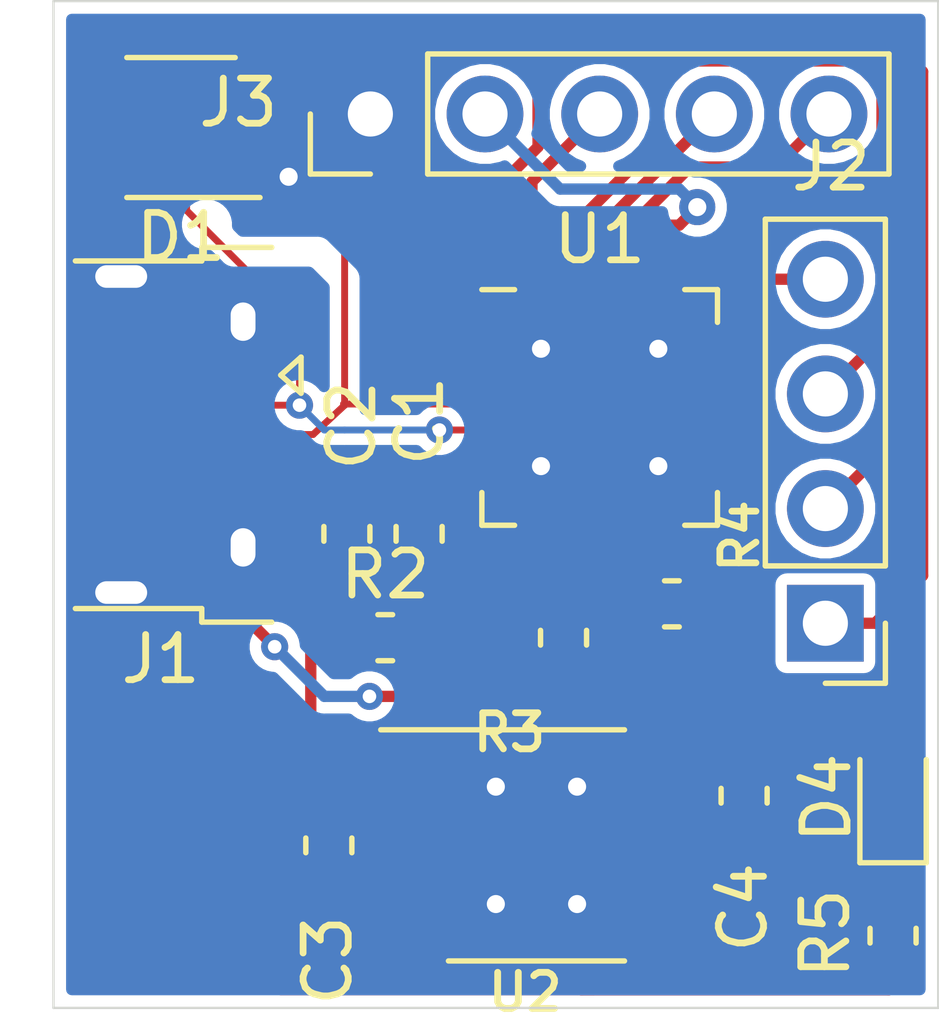
<source format=kicad_pcb>
(kicad_pcb (version 20171130) (host pcbnew "(5.1.5)-2")

  (general
    (thickness 1.6)
    (drawings 4)
    (tracks 180)
    (zones 0)
    (modules 15)
    (nets 18)
  )

  (page USLetter)
  (layers
    (0 F.Cu signal)
    (31 B.Cu signal)
    (32 B.Adhes user)
    (33 F.Adhes user)
    (34 B.Paste user)
    (35 F.Paste user)
    (36 B.SilkS user)
    (37 F.SilkS user)
    (38 B.Mask user)
    (39 F.Mask user)
    (40 Dwgs.User user)
    (41 Cmts.User user)
    (42 Eco1.User user)
    (43 Eco2.User user)
    (44 Edge.Cuts user)
    (45 Margin user)
    (46 B.CrtYd user)
    (47 F.CrtYd user)
    (48 B.Fab user hide)
    (49 F.Fab user hide)
  )

  (setup
    (last_trace_width 0.1524)
    (user_trace_width 0.1524)
    (trace_clearance 0.2)
    (zone_clearance 0.254)
    (zone_45_only no)
    (trace_min 0.1524)
    (via_size 0.8)
    (via_drill 0.4)
    (via_min_size 0.4)
    (via_min_drill 0.3)
    (user_via 0.6 0.3)
    (uvia_size 0.3)
    (uvia_drill 0.1)
    (uvias_allowed no)
    (uvia_min_size 0.2)
    (uvia_min_drill 0.1)
    (edge_width 0.05)
    (segment_width 0.2)
    (pcb_text_width 0.3)
    (pcb_text_size 1.5 1.5)
    (mod_edge_width 0.12)
    (mod_text_size 1 1)
    (mod_text_width 0.15)
    (pad_size 1.524 1.524)
    (pad_drill 0.762)
    (pad_to_mask_clearance 0.051)
    (solder_mask_min_width 0.25)
    (aux_axis_origin 0 0)
    (visible_elements 7FFFFFFF)
    (pcbplotparams
      (layerselection 0x010fc_ffffffff)
      (usegerberextensions false)
      (usegerberattributes false)
      (usegerberadvancedattributes false)
      (creategerberjobfile false)
      (excludeedgelayer true)
      (linewidth 0.100000)
      (plotframeref false)
      (viasonmask false)
      (mode 1)
      (useauxorigin false)
      (hpglpennumber 1)
      (hpglpenspeed 20)
      (hpglpendiameter 15.000000)
      (psnegative false)
      (psa4output false)
      (plotreference true)
      (plotvalue true)
      (plotinvisibletext false)
      (padsonsilk false)
      (subtractmaskfromsilk false)
      (outputformat 1)
      (mirror false)
      (drillshape 0)
      (scaleselection 1)
      (outputdirectory "output/"))
  )

  (net 0 "")
  (net 1 +3V3)
  (net 2 GND)
  (net 3 "Net-(D4-Pad1)")
  (net 4 "Net-(R1-Pad1)")
  (net 5 "Net-(R3-Pad1)")
  (net 6 "Net-(R4-Pad2)")
  (net 7 /VBUS)
  (net 8 /D+)
  (net 9 /D-)
  (net 10 /RI)
  (net 11 /DCD)
  (net 12 /DSR)
  (net 13 /CTS)
  (net 14 /RTS)
  (net 15 /DTR)
  (net 16 /TXD)
  (net 17 /RXD)

  (net_class Default "This is the default net class."
    (clearance 0.2)
    (trace_width 0.25)
    (via_dia 0.8)
    (via_drill 0.4)
    (uvia_dia 0.3)
    (uvia_drill 0.1)
    (add_net +3V3)
    (add_net /CTS)
    (add_net /D+)
    (add_net /D-)
    (add_net /DCD)
    (add_net /DSR)
    (add_net /DTR)
    (add_net /RI)
    (add_net /RTS)
    (add_net /RXD)
    (add_net /TXD)
    (add_net /VBUS)
    (add_net GND)
    (add_net "Net-(D4-Pad1)")
    (add_net "Net-(R1-Pad1)")
    (add_net "Net-(R3-Pad1)")
    (add_net "Net-(R4-Pad2)")
  )

  (module misc:USB_Micro-B_Amphenol_10118194-0011LF_Horizontal (layer F.Cu) (tedit 5F8F5765) (tstamp 5F8FBF7E)
    (at 52.5 69.3 270)
    (descr "Micro USB Type B 10103594-0001LF, http://cdn.amphenol-icc.com/media/wysiwyg/files/drawing/10103594.pdf")
    (tags "USB USB_B USB_micro USB_OTG")
    (path /5F8F1253)
    (attr smd)
    (fp_text reference J1 (at 4.975 -0.875 180) (layer F.SilkS)
      (effects (font (size 1 1) (thickness 0.15)))
    )
    (fp_text value USB_B_Micro (at -0.01 3.33 90) (layer F.Fab)
      (effects (font (size 1 1) (thickness 0.15)))
    )
    (fp_text user "PCB edge" (at -0.025 2.235 90) (layer Dwgs.User)
      (effects (font (size 0.5 0.5) (thickness 0.075)))
    )
    (fp_text user %R (at -0.025 -0.015 90) (layer F.Fab)
      (effects (font (size 1 1) (thickness 0.15)))
    )
    (fp_line (start -4.145 -1.785) (end -4.145 -3.335) (layer F.SilkS) (width 0.12))
    (fp_line (start -4.145 -1.785) (end -3.845 -1.785) (layer F.SilkS) (width 0.12))
    (fp_line (start -3.845 1.015) (end -3.845 -1.785) (layer F.SilkS) (width 0.12))
    (fp_line (start 4.155 -1.785) (end 4.155 -3.335) (layer F.SilkS) (width 0.12))
    (fp_line (start 3.855 -1.785) (end 4.155 -1.785) (layer F.SilkS) (width 0.12))
    (fp_line (start 3.855 1.015) (end 3.855 -1.785) (layer F.SilkS) (width 0.12))
    (fp_line (start -0.915 -3.985) (end -1.315 -3.535) (layer F.SilkS) (width 0.12))
    (fp_line (start -1.715 -3.985) (end -0.915 -3.985) (layer F.SilkS) (width 0.12))
    (fp_line (start -1.315 -3.535) (end -1.715 -3.985) (layer F.SilkS) (width 0.12))
    (fp_line (start -3.755 -2.895) (end -2.955 -3.645) (layer F.Fab) (width 0.12))
    (fp_line (start 3.745 1.305) (end -3.755 1.305) (layer F.Fab) (width 0.12))
    (fp_line (start 3.745 -3.645) (end 3.745 1.305) (layer F.Fab) (width 0.12))
    (fp_line (start -2.955 -3.645) (end 3.745 -3.645) (layer F.Fab) (width 0.12))
    (fp_line (start -3.755 1.305) (end -3.755 -2.895) (layer F.Fab) (width 0.12))
    (fp_line (start -4.025 1.45) (end 3.975 1.45) (layer Dwgs.User) (width 0.1))
    (fp_line (start -4.13 -3.82) (end 4.14 -3.82) (layer F.CrtYd) (width 0.05))
    (fp_line (start -4.13 -3.8) (end -4.13 2.66) (layer F.CrtYd) (width 0.05))
    (fp_line (start 4.14 2.66) (end 4.14 -3.8) (layer F.CrtYd) (width 0.05))
    (fp_line (start 4.14 2.66) (end -4.13 2.66) (layer F.CrtYd) (width 0.05))
    (pad 6 smd rect (at 2.9 0 270) (size 1.2 1.55) (layers F.Cu F.Paste F.Mask)
      (net 2 GND))
    (pad 6 smd rect (at -2.9 0 270) (size 1.2 1.55) (layers F.Cu F.Paste F.Mask)
      (net 2 GND))
    (pad 1 smd rect (at -1.325 -2.7) (size 1.35 0.4) (layers F.Cu F.Paste F.Mask)
      (net 7 /VBUS))
    (pad 2 smd rect (at -0.65 -2.7) (size 1.35 0.4) (layers F.Cu F.Paste F.Mask)
      (net 9 /D-))
    (pad 3 smd rect (at 0 -2.7) (size 1.35 0.4) (layers F.Cu F.Paste F.Mask)
      (net 8 /D+))
    (pad 4 smd rect (at 0.65 -2.7) (size 1.35 0.4) (layers F.Cu F.Paste F.Mask))
    (pad 5 smd rect (at 1.3 -2.7) (size 1.35 0.4) (layers F.Cu F.Paste F.Mask)
      (net 2 GND))
    (pad 6 thru_hole oval (at -2.5 -2.7) (size 0.95 1.25) (drill oval 0.55 0.85) (layers *.Cu *.Mask)
      (net 2 GND))
    (pad 6 thru_hole oval (at 2.5 -2.7) (size 0.95 1.25) (drill oval 0.55 0.85) (layers *.Cu *.Mask)
      (net 2 GND))
    (pad 6 thru_hole oval (at -3.5 0) (size 1.55 0.95) (drill oval 1.15 0.5) (layers *.Cu *.Mask)
      (net 2 GND))
    (pad 6 thru_hole oval (at 3.5 0) (size 1.55 0.95) (drill oval 1.15 0.5) (layers *.Cu *.Mask)
      (net 2 GND))
    (pad 6 smd rect (at -1 0) (size 1.55 1.5) (layers F.Cu F.Paste F.Mask)
      (net 2 GND))
    (pad 6 smd rect (at 1 0) (size 1.55 1.5) (layers F.Cu F.Paste F.Mask)
      (net 2 GND))
    (model ${KISYS3DMOD}/Connector_USB.3dshapes/USB_Micro-B_Amphenol_10103594-0001LF_Horizontal.wrl
      (at (xyz 0 0 0))
      (scale (xyz 1 1 1))
      (rotate (xyz 0 0 0))
    )
  )

  (module Capacitor_SMD:C_0603_1608Metric (layer F.Cu) (tedit 5B301BBE) (tstamp 5F90616C)
    (at 57.5 71.5 270)
    (descr "Capacitor SMD 0603 (1608 Metric), square (rectangular) end terminal, IPC_7351 nominal, (Body size source: http://www.tortai-tech.com/upload/download/2011102023233369053.pdf), generated with kicad-footprint-generator")
    (tags capacitor)
    (path /5F9037F5)
    (attr smd)
    (fp_text reference C2 (at -2.4 -0.1 90) (layer F.SilkS)
      (effects (font (size 1 1) (thickness 0.15)))
    )
    (fp_text value .1uF (at 0 1.43 90) (layer F.Fab)
      (effects (font (size 1 1) (thickness 0.15)))
    )
    (fp_text user %R (at 0 0 90) (layer F.Fab)
      (effects (font (size 0.4 0.4) (thickness 0.06)))
    )
    (fp_line (start 1.48 0.73) (end -1.48 0.73) (layer F.CrtYd) (width 0.05))
    (fp_line (start 1.48 -0.73) (end 1.48 0.73) (layer F.CrtYd) (width 0.05))
    (fp_line (start -1.48 -0.73) (end 1.48 -0.73) (layer F.CrtYd) (width 0.05))
    (fp_line (start -1.48 0.73) (end -1.48 -0.73) (layer F.CrtYd) (width 0.05))
    (fp_line (start -0.162779 0.51) (end 0.162779 0.51) (layer F.SilkS) (width 0.12))
    (fp_line (start -0.162779 -0.51) (end 0.162779 -0.51) (layer F.SilkS) (width 0.12))
    (fp_line (start 0.8 0.4) (end -0.8 0.4) (layer F.Fab) (width 0.1))
    (fp_line (start 0.8 -0.4) (end 0.8 0.4) (layer F.Fab) (width 0.1))
    (fp_line (start -0.8 -0.4) (end 0.8 -0.4) (layer F.Fab) (width 0.1))
    (fp_line (start -0.8 0.4) (end -0.8 -0.4) (layer F.Fab) (width 0.1))
    (pad 2 smd roundrect (at 0.7875 0 270) (size 0.875 0.95) (layers F.Cu F.Paste F.Mask) (roundrect_rratio 0.25)
      (net 2 GND))
    (pad 1 smd roundrect (at -0.7875 0 270) (size 0.875 0.95) (layers F.Cu F.Paste F.Mask) (roundrect_rratio 0.25)
      (net 1 +3V3))
    (model ${KISYS3DMOD}/Capacitor_SMD.3dshapes/C_0603_1608Metric.wrl
      (at (xyz 0 0 0))
      (scale (xyz 1 1 1))
      (rotate (xyz 0 0 0))
    )
  )

  (module Capacitor_SMD:C_0603_1608Metric (layer F.Cu) (tedit 5B301BBE) (tstamp 5F8E6260)
    (at 59.1 71.5 270)
    (descr "Capacitor SMD 0603 (1608 Metric), square (rectangular) end terminal, IPC_7351 nominal, (Body size source: http://www.tortai-tech.com/upload/download/2011102023233369053.pdf), generated with kicad-footprint-generator")
    (tags capacitor)
    (path /5F9023D7)
    (attr smd)
    (fp_text reference C1 (at -2.5 0 90) (layer F.SilkS)
      (effects (font (size 1 1) (thickness 0.15)))
    )
    (fp_text value 4.7Uf (at 0 1.43 90) (layer F.Fab)
      (effects (font (size 1 1) (thickness 0.15)))
    )
    (fp_line (start -0.8 0.4) (end -0.8 -0.4) (layer F.Fab) (width 0.1))
    (fp_line (start -0.8 -0.4) (end 0.8 -0.4) (layer F.Fab) (width 0.1))
    (fp_line (start 0.8 -0.4) (end 0.8 0.4) (layer F.Fab) (width 0.1))
    (fp_line (start 0.8 0.4) (end -0.8 0.4) (layer F.Fab) (width 0.1))
    (fp_line (start -0.162779 -0.51) (end 0.162779 -0.51) (layer F.SilkS) (width 0.12))
    (fp_line (start -0.162779 0.51) (end 0.162779 0.51) (layer F.SilkS) (width 0.12))
    (fp_line (start -1.48 0.73) (end -1.48 -0.73) (layer F.CrtYd) (width 0.05))
    (fp_line (start -1.48 -0.73) (end 1.48 -0.73) (layer F.CrtYd) (width 0.05))
    (fp_line (start 1.48 -0.73) (end 1.48 0.73) (layer F.CrtYd) (width 0.05))
    (fp_line (start 1.48 0.73) (end -1.48 0.73) (layer F.CrtYd) (width 0.05))
    (fp_text user %R (at 0 0 90) (layer F.Fab)
      (effects (font (size 0.4 0.4) (thickness 0.06)))
    )
    (pad 1 smd roundrect (at -0.7875 0 270) (size 0.875 0.95) (layers F.Cu F.Paste F.Mask) (roundrect_rratio 0.25)
      (net 1 +3V3))
    (pad 2 smd roundrect (at 0.7875 0 270) (size 0.875 0.95) (layers F.Cu F.Paste F.Mask) (roundrect_rratio 0.25)
      (net 2 GND))
    (model ${KISYS3DMOD}/Capacitor_SMD.3dshapes/C_0603_1608Metric.wrl
      (at (xyz 0 0 0))
      (scale (xyz 1 1 1))
      (rotate (xyz 0 0 0))
    )
  )

  (module Capacitor_SMD:C_0603_1608Metric (layer F.Cu) (tedit 5B301BBE) (tstamp 5F8E6282)
    (at 57.1 78.4 270)
    (descr "Capacitor SMD 0603 (1608 Metric), square (rectangular) end terminal, IPC_7351 nominal, (Body size source: http://www.tortai-tech.com/upload/download/2011102023233369053.pdf), generated with kicad-footprint-generator")
    (tags capacitor)
    (path /5F930E3C)
    (attr smd)
    (fp_text reference C3 (at 2.55 0.025 90) (layer F.SilkS)
      (effects (font (size 1 1) (thickness 0.15)))
    )
    (fp_text value 1uF (at 0 1.43 90) (layer F.Fab)
      (effects (font (size 1 1) (thickness 0.15)))
    )
    (fp_line (start -0.8 0.4) (end -0.8 -0.4) (layer F.Fab) (width 0.1))
    (fp_line (start -0.8 -0.4) (end 0.8 -0.4) (layer F.Fab) (width 0.1))
    (fp_line (start 0.8 -0.4) (end 0.8 0.4) (layer F.Fab) (width 0.1))
    (fp_line (start 0.8 0.4) (end -0.8 0.4) (layer F.Fab) (width 0.1))
    (fp_line (start -0.162779 -0.51) (end 0.162779 -0.51) (layer F.SilkS) (width 0.12))
    (fp_line (start -0.162779 0.51) (end 0.162779 0.51) (layer F.SilkS) (width 0.12))
    (fp_line (start -1.48 0.73) (end -1.48 -0.73) (layer F.CrtYd) (width 0.05))
    (fp_line (start -1.48 -0.73) (end 1.48 -0.73) (layer F.CrtYd) (width 0.05))
    (fp_line (start 1.48 -0.73) (end 1.48 0.73) (layer F.CrtYd) (width 0.05))
    (fp_line (start 1.48 0.73) (end -1.48 0.73) (layer F.CrtYd) (width 0.05))
    (fp_text user %R (at 0 0 90) (layer F.Fab)
      (effects (font (size 0.4 0.4) (thickness 0.06)))
    )
    (pad 1 smd roundrect (at -0.7875 0 270) (size 0.875 0.95) (layers F.Cu F.Paste F.Mask) (roundrect_rratio 0.25)
      (net 1 +3V3))
    (pad 2 smd roundrect (at 0.7875 0 270) (size 0.875 0.95) (layers F.Cu F.Paste F.Mask) (roundrect_rratio 0.25)
      (net 2 GND))
    (model ${KISYS3DMOD}/Capacitor_SMD.3dshapes/C_0603_1608Metric.wrl
      (at (xyz 0 0 0))
      (scale (xyz 1 1 1))
      (rotate (xyz 0 0 0))
    )
  )

  (module Capacitor_SMD:C_0603_1608Metric (layer F.Cu) (tedit 5B301BBE) (tstamp 5F8E6293)
    (at 66.3 77.3 270)
    (descr "Capacitor SMD 0603 (1608 Metric), square (rectangular) end terminal, IPC_7351 nominal, (Body size source: http://www.tortai-tech.com/upload/download/2011102023233369053.pdf), generated with kicad-footprint-generator")
    (tags capacitor)
    (path /5F943FD3)
    (attr smd)
    (fp_text reference C4 (at 2.475 0.025 90) (layer F.SilkS)
      (effects (font (size 1 1) (thickness 0.15)))
    )
    (fp_text value 1uF (at 0 1.43 90) (layer F.Fab)
      (effects (font (size 1 1) (thickness 0.15)))
    )
    (fp_text user %R (at 0 0 90) (layer F.Fab)
      (effects (font (size 0.4 0.4) (thickness 0.06)))
    )
    (fp_line (start 1.48 0.73) (end -1.48 0.73) (layer F.CrtYd) (width 0.05))
    (fp_line (start 1.48 -0.73) (end 1.48 0.73) (layer F.CrtYd) (width 0.05))
    (fp_line (start -1.48 -0.73) (end 1.48 -0.73) (layer F.CrtYd) (width 0.05))
    (fp_line (start -1.48 0.73) (end -1.48 -0.73) (layer F.CrtYd) (width 0.05))
    (fp_line (start -0.162779 0.51) (end 0.162779 0.51) (layer F.SilkS) (width 0.12))
    (fp_line (start -0.162779 -0.51) (end 0.162779 -0.51) (layer F.SilkS) (width 0.12))
    (fp_line (start 0.8 0.4) (end -0.8 0.4) (layer F.Fab) (width 0.1))
    (fp_line (start 0.8 -0.4) (end 0.8 0.4) (layer F.Fab) (width 0.1))
    (fp_line (start -0.8 -0.4) (end 0.8 -0.4) (layer F.Fab) (width 0.1))
    (fp_line (start -0.8 0.4) (end -0.8 -0.4) (layer F.Fab) (width 0.1))
    (pad 2 smd roundrect (at 0.7875 0 270) (size 0.875 0.95) (layers F.Cu F.Paste F.Mask) (roundrect_rratio 0.25)
      (net 2 GND))
    (pad 1 smd roundrect (at -0.7875 0 270) (size 0.875 0.95) (layers F.Cu F.Paste F.Mask) (roundrect_rratio 0.25)
      (net 7 /VBUS))
    (model ${KISYS3DMOD}/Capacitor_SMD.3dshapes/C_0603_1608Metric.wrl
      (at (xyz 0 0 0))
      (scale (xyz 1 1 1))
      (rotate (xyz 0 0 0))
    )
  )

  (module LED_SMD:LED_0603_1608Metric (layer F.Cu) (tedit 5B301BBE) (tstamp 5F8E62DF)
    (at 69.6 77.3 90)
    (descr "LED SMD 0603 (1608 Metric), square (rectangular) end terminal, IPC_7351 nominal, (Body size source: http://www.tortai-tech.com/upload/download/2011102023233369053.pdf), generated with kicad-footprint-generator")
    (tags diode)
    (path /5F94C90C)
    (attr smd)
    (fp_text reference D4 (at -0.05 -1.475 90) (layer F.SilkS)
      (effects (font (size 1 1) (thickness 0.15)))
    )
    (fp_text value LED (at 0 1.43 90) (layer F.Fab)
      (effects (font (size 1 1) (thickness 0.15)))
    )
    (fp_line (start 0.8 -0.4) (end -0.5 -0.4) (layer F.Fab) (width 0.1))
    (fp_line (start -0.5 -0.4) (end -0.8 -0.1) (layer F.Fab) (width 0.1))
    (fp_line (start -0.8 -0.1) (end -0.8 0.4) (layer F.Fab) (width 0.1))
    (fp_line (start -0.8 0.4) (end 0.8 0.4) (layer F.Fab) (width 0.1))
    (fp_line (start 0.8 0.4) (end 0.8 -0.4) (layer F.Fab) (width 0.1))
    (fp_line (start 0.8 -0.735) (end -1.485 -0.735) (layer F.SilkS) (width 0.12))
    (fp_line (start -1.485 -0.735) (end -1.485 0.735) (layer F.SilkS) (width 0.12))
    (fp_line (start -1.485 0.735) (end 0.8 0.735) (layer F.SilkS) (width 0.12))
    (fp_line (start -1.48 0.73) (end -1.48 -0.73) (layer F.CrtYd) (width 0.05))
    (fp_line (start -1.48 -0.73) (end 1.48 -0.73) (layer F.CrtYd) (width 0.05))
    (fp_line (start 1.48 -0.73) (end 1.48 0.73) (layer F.CrtYd) (width 0.05))
    (fp_line (start 1.48 0.73) (end -1.48 0.73) (layer F.CrtYd) (width 0.05))
    (fp_text user %R (at 0 0 90) (layer F.Fab)
      (effects (font (size 0.4 0.4) (thickness 0.06)))
    )
    (pad 1 smd roundrect (at -0.7875 0 90) (size 0.875 0.95) (layers F.Cu F.Paste F.Mask) (roundrect_rratio 0.25)
      (net 3 "Net-(D4-Pad1)"))
    (pad 2 smd roundrect (at 0.7875 0 90) (size 0.875 0.95) (layers F.Cu F.Paste F.Mask) (roundrect_rratio 0.25)
      (net 7 /VBUS))
    (model ${KISYS3DMOD}/LED_SMD.3dshapes/LED_0603_1608Metric.wrl
      (at (xyz 0 0 0))
      (scale (xyz 1 1 1))
      (rotate (xyz 0 0 0))
    )
  )

  (module Connector_PinHeader_2.54mm:PinHeader_1x04_P2.54mm_Vertical (layer F.Cu) (tedit 59FED5CC) (tstamp 5F8E631E)
    (at 68.1 73.48 180)
    (descr "Through hole straight pin header, 1x04, 2.54mm pitch, single row")
    (tags "Through hole pin header THT 1x04 2.54mm single row")
    (path /5F917469)
    (fp_text reference J2 (at -0.125 10.115) (layer F.SilkS)
      (effects (font (size 1 1) (thickness 0.15)))
    )
    (fp_text value Conn_01x04_Male (at 0 9.95) (layer F.Fab)
      (effects (font (size 1 1) (thickness 0.15)))
    )
    (fp_line (start -0.635 -1.27) (end 1.27 -1.27) (layer F.Fab) (width 0.1))
    (fp_line (start 1.27 -1.27) (end 1.27 8.89) (layer F.Fab) (width 0.1))
    (fp_line (start 1.27 8.89) (end -1.27 8.89) (layer F.Fab) (width 0.1))
    (fp_line (start -1.27 8.89) (end -1.27 -0.635) (layer F.Fab) (width 0.1))
    (fp_line (start -1.27 -0.635) (end -0.635 -1.27) (layer F.Fab) (width 0.1))
    (fp_line (start -1.33 8.95) (end 1.33 8.95) (layer F.SilkS) (width 0.12))
    (fp_line (start -1.33 1.27) (end -1.33 8.95) (layer F.SilkS) (width 0.12))
    (fp_line (start 1.33 1.27) (end 1.33 8.95) (layer F.SilkS) (width 0.12))
    (fp_line (start -1.33 1.27) (end 1.33 1.27) (layer F.SilkS) (width 0.12))
    (fp_line (start -1.33 0) (end -1.33 -1.33) (layer F.SilkS) (width 0.12))
    (fp_line (start -1.33 -1.33) (end 0 -1.33) (layer F.SilkS) (width 0.12))
    (fp_line (start -1.8 -1.8) (end -1.8 9.4) (layer F.CrtYd) (width 0.05))
    (fp_line (start -1.8 9.4) (end 1.8 9.4) (layer F.CrtYd) (width 0.05))
    (fp_line (start 1.8 9.4) (end 1.8 -1.8) (layer F.CrtYd) (width 0.05))
    (fp_line (start 1.8 -1.8) (end -1.8 -1.8) (layer F.CrtYd) (width 0.05))
    (fp_text user %R (at 0 3.81 90) (layer F.Fab)
      (effects (font (size 1 1) (thickness 0.15)))
    )
    (pad 1 thru_hole rect (at 0 0 180) (size 1.7 1.7) (drill 1) (layers *.Cu *.Mask)
      (net 10 /RI))
    (pad 2 thru_hole oval (at 0 2.54 180) (size 1.7 1.7) (drill 1) (layers *.Cu *.Mask)
      (net 11 /DCD))
    (pad 3 thru_hole oval (at 0 5.08 180) (size 1.7 1.7) (drill 1) (layers *.Cu *.Mask)
      (net 12 /DSR))
    (pad 4 thru_hole oval (at 0 7.62 180) (size 1.7 1.7) (drill 1) (layers *.Cu *.Mask)
      (net 13 /CTS))
    (model ${KISYS3DMOD}/Connector_PinHeader_2.54mm.3dshapes/PinHeader_1x04_P2.54mm_Vertical.wrl
      (at (xyz 0 0 0))
      (scale (xyz 1 1 1))
      (rotate (xyz 0 0 0))
    )
  )

  (module Connector_PinHeader_2.54mm:PinHeader_1x05_P2.54mm_Vertical (layer F.Cu) (tedit 59FED5CC) (tstamp 5F8E6337)
    (at 58.02 62.2 90)
    (descr "Through hole straight pin header, 1x05, 2.54mm pitch, single row")
    (tags "Through hole pin header THT 1x05 2.54mm single row")
    (path /5F8E9F9A)
    (fp_text reference J3 (at 0.25 -2.925 180) (layer F.SilkS)
      (effects (font (size 1 1) (thickness 0.15)))
    )
    (fp_text value Conn_01x05_Male (at 0 12.49 90) (layer F.Fab)
      (effects (font (size 1 1) (thickness 0.15)))
    )
    (fp_line (start -0.635 -1.27) (end 1.27 -1.27) (layer F.Fab) (width 0.1))
    (fp_line (start 1.27 -1.27) (end 1.27 11.43) (layer F.Fab) (width 0.1))
    (fp_line (start 1.27 11.43) (end -1.27 11.43) (layer F.Fab) (width 0.1))
    (fp_line (start -1.27 11.43) (end -1.27 -0.635) (layer F.Fab) (width 0.1))
    (fp_line (start -1.27 -0.635) (end -0.635 -1.27) (layer F.Fab) (width 0.1))
    (fp_line (start -1.33 11.49) (end 1.33 11.49) (layer F.SilkS) (width 0.12))
    (fp_line (start -1.33 1.27) (end -1.33 11.49) (layer F.SilkS) (width 0.12))
    (fp_line (start 1.33 1.27) (end 1.33 11.49) (layer F.SilkS) (width 0.12))
    (fp_line (start -1.33 1.27) (end 1.33 1.27) (layer F.SilkS) (width 0.12))
    (fp_line (start -1.33 0) (end -1.33 -1.33) (layer F.SilkS) (width 0.12))
    (fp_line (start -1.33 -1.33) (end 0 -1.33) (layer F.SilkS) (width 0.12))
    (fp_line (start -1.8 -1.8) (end -1.8 11.95) (layer F.CrtYd) (width 0.05))
    (fp_line (start -1.8 11.95) (end 1.8 11.95) (layer F.CrtYd) (width 0.05))
    (fp_line (start 1.8 11.95) (end 1.8 -1.8) (layer F.CrtYd) (width 0.05))
    (fp_line (start 1.8 -1.8) (end -1.8 -1.8) (layer F.CrtYd) (width 0.05))
    (fp_text user %R (at 0 5.08) (layer F.Fab)
      (effects (font (size 1 1) (thickness 0.15)))
    )
    (pad 1 thru_hole rect (at 0 0 90) (size 1.7 1.7) (drill 1) (layers *.Cu *.Mask)
      (net 2 GND))
    (pad 2 thru_hole oval (at 0 2.54 90) (size 1.7 1.7) (drill 1) (layers *.Cu *.Mask)
      (net 14 /RTS))
    (pad 3 thru_hole oval (at 0 5.08 90) (size 1.7 1.7) (drill 1) (layers *.Cu *.Mask)
      (net 15 /DTR))
    (pad 4 thru_hole oval (at 0 7.62 90) (size 1.7 1.7) (drill 1) (layers *.Cu *.Mask)
      (net 16 /TXD))
    (pad 5 thru_hole oval (at 0 10.16 90) (size 1.7 1.7) (drill 1) (layers *.Cu *.Mask)
      (net 17 /RXD))
    (model ${KISYS3DMOD}/Connector_PinHeader_2.54mm.3dshapes/PinHeader_1x05_P2.54mm_Vertical.wrl
      (at (xyz 0 0 0))
      (scale (xyz 1 1 1))
      (rotate (xyz 0 0 0))
    )
  )

  (module Resistor_SMD:R_0603_1608Metric (layer F.Cu) (tedit 5B301BBD) (tstamp 5F8E6359)
    (at 58.35 73.8 180)
    (descr "Resistor SMD 0603 (1608 Metric), square (rectangular) end terminal, IPC_7351 nominal, (Body size source: http://www.tortai-tech.com/upload/download/2011102023233369053.pdf), generated with kicad-footprint-generator")
    (tags resistor)
    (path /5F8F43A7)
    (attr smd)
    (fp_text reference R2 (at 0 1.4) (layer F.SilkS)
      (effects (font (size 1 1) (thickness 0.15)))
    )
    (fp_text value 47.5K (at 0 1.43) (layer F.Fab)
      (effects (font (size 1 1) (thickness 0.15)))
    )
    (fp_line (start -0.8 0.4) (end -0.8 -0.4) (layer F.Fab) (width 0.1))
    (fp_line (start -0.8 -0.4) (end 0.8 -0.4) (layer F.Fab) (width 0.1))
    (fp_line (start 0.8 -0.4) (end 0.8 0.4) (layer F.Fab) (width 0.1))
    (fp_line (start 0.8 0.4) (end -0.8 0.4) (layer F.Fab) (width 0.1))
    (fp_line (start -0.162779 -0.51) (end 0.162779 -0.51) (layer F.SilkS) (width 0.12))
    (fp_line (start -0.162779 0.51) (end 0.162779 0.51) (layer F.SilkS) (width 0.12))
    (fp_line (start -1.48 0.73) (end -1.48 -0.73) (layer F.CrtYd) (width 0.05))
    (fp_line (start -1.48 -0.73) (end 1.48 -0.73) (layer F.CrtYd) (width 0.05))
    (fp_line (start 1.48 -0.73) (end 1.48 0.73) (layer F.CrtYd) (width 0.05))
    (fp_line (start 1.48 0.73) (end -1.48 0.73) (layer F.CrtYd) (width 0.05))
    (fp_text user %R (at 0 0) (layer F.Fab)
      (effects (font (size 0.4 0.4) (thickness 0.06)))
    )
    (pad 1 smd roundrect (at -0.7875 0 180) (size 0.875 0.95) (layers F.Cu F.Paste F.Mask) (roundrect_rratio 0.25)
      (net 4 "Net-(R1-Pad1)"))
    (pad 2 smd roundrect (at 0.7875 0 180) (size 0.875 0.95) (layers F.Cu F.Paste F.Mask) (roundrect_rratio 0.25)
      (net 2 GND))
    (model ${KISYS3DMOD}/Resistor_SMD.3dshapes/R_0603_1608Metric.wrl
      (at (xyz 0 0 0))
      (scale (xyz 1 1 1))
      (rotate (xyz 0 0 0))
    )
  )

  (module Resistor_SMD:R_0603_1608Metric (layer F.Cu) (tedit 5B301BBD) (tstamp 5F8E636A)
    (at 62.3 73.8 270)
    (descr "Resistor SMD 0603 (1608 Metric), square (rectangular) end terminal, IPC_7351 nominal, (Body size source: http://www.tortai-tech.com/upload/download/2011102023233369053.pdf), generated with kicad-footprint-generator")
    (tags resistor)
    (path /5F8EDAD6)
    (attr smd)
    (fp_text reference R3 (at 2.1 1.2 180) (layer F.SilkS)
      (effects (font (size 0.8 0.8) (thickness 0.15)))
    )
    (fp_text value 2K (at 0 1.43 90) (layer F.Fab)
      (effects (font (size 1 1) (thickness 0.15)))
    )
    (fp_line (start -0.8 0.4) (end -0.8 -0.4) (layer F.Fab) (width 0.1))
    (fp_line (start -0.8 -0.4) (end 0.8 -0.4) (layer F.Fab) (width 0.1))
    (fp_line (start 0.8 -0.4) (end 0.8 0.4) (layer F.Fab) (width 0.1))
    (fp_line (start 0.8 0.4) (end -0.8 0.4) (layer F.Fab) (width 0.1))
    (fp_line (start -0.162779 -0.51) (end 0.162779 -0.51) (layer F.SilkS) (width 0.12))
    (fp_line (start -0.162779 0.51) (end 0.162779 0.51) (layer F.SilkS) (width 0.12))
    (fp_line (start -1.48 0.73) (end -1.48 -0.73) (layer F.CrtYd) (width 0.05))
    (fp_line (start -1.48 -0.73) (end 1.48 -0.73) (layer F.CrtYd) (width 0.05))
    (fp_line (start 1.48 -0.73) (end 1.48 0.73) (layer F.CrtYd) (width 0.05))
    (fp_line (start 1.48 0.73) (end -1.48 0.73) (layer F.CrtYd) (width 0.05))
    (fp_text user %R (at 0 0 90) (layer F.Fab)
      (effects (font (size 0.4 0.4) (thickness 0.06)))
    )
    (pad 1 smd roundrect (at -0.7875 0 270) (size 0.875 0.95) (layers F.Cu F.Paste F.Mask) (roundrect_rratio 0.25)
      (net 5 "Net-(R3-Pad1)"))
    (pad 2 smd roundrect (at 0.7875 0 270) (size 0.875 0.95) (layers F.Cu F.Paste F.Mask) (roundrect_rratio 0.25)
      (net 1 +3V3))
    (model ${KISYS3DMOD}/Resistor_SMD.3dshapes/R_0603_1608Metric.wrl
      (at (xyz 0 0 0))
      (scale (xyz 1 1 1))
      (rotate (xyz 0 0 0))
    )
  )

  (module Resistor_SMD:R_0603_1608Metric (layer F.Cu) (tedit 5B301BBD) (tstamp 5F8E637B)
    (at 64.7 73.05 180)
    (descr "Resistor SMD 0603 (1608 Metric), square (rectangular) end terminal, IPC_7351 nominal, (Body size source: http://www.tortai-tech.com/upload/download/2011102023233369053.pdf), generated with kicad-footprint-generator")
    (tags resistor)
    (path /5F8EC637)
    (attr smd)
    (fp_text reference R4 (at -1.5 1.5 90) (layer F.SilkS)
      (effects (font (size 0.8 0.8) (thickness 0.15)))
    )
    (fp_text value 10K (at 0 1.43) (layer F.Fab)
      (effects (font (size 1 1) (thickness 0.15)))
    )
    (fp_text user %R (at 0 0) (layer F.Fab)
      (effects (font (size 0.4 0.4) (thickness 0.06)))
    )
    (fp_line (start 1.48 0.73) (end -1.48 0.73) (layer F.CrtYd) (width 0.05))
    (fp_line (start 1.48 -0.73) (end 1.48 0.73) (layer F.CrtYd) (width 0.05))
    (fp_line (start -1.48 -0.73) (end 1.48 -0.73) (layer F.CrtYd) (width 0.05))
    (fp_line (start -1.48 0.73) (end -1.48 -0.73) (layer F.CrtYd) (width 0.05))
    (fp_line (start -0.162779 0.51) (end 0.162779 0.51) (layer F.SilkS) (width 0.12))
    (fp_line (start -0.162779 -0.51) (end 0.162779 -0.51) (layer F.SilkS) (width 0.12))
    (fp_line (start 0.8 0.4) (end -0.8 0.4) (layer F.Fab) (width 0.1))
    (fp_line (start 0.8 -0.4) (end 0.8 0.4) (layer F.Fab) (width 0.1))
    (fp_line (start -0.8 -0.4) (end 0.8 -0.4) (layer F.Fab) (width 0.1))
    (fp_line (start -0.8 0.4) (end -0.8 -0.4) (layer F.Fab) (width 0.1))
    (pad 2 smd roundrect (at 0.7875 0 180) (size 0.875 0.95) (layers F.Cu F.Paste F.Mask) (roundrect_rratio 0.25)
      (net 6 "Net-(R4-Pad2)"))
    (pad 1 smd roundrect (at -0.7875 0 180) (size 0.875 0.95) (layers F.Cu F.Paste F.Mask) (roundrect_rratio 0.25)
      (net 2 GND))
    (model ${KISYS3DMOD}/Resistor_SMD.3dshapes/R_0603_1608Metric.wrl
      (at (xyz 0 0 0))
      (scale (xyz 1 1 1))
      (rotate (xyz 0 0 0))
    )
  )

  (module Resistor_SMD:R_0603_1608Metric (layer F.Cu) (tedit 5B301BBD) (tstamp 5F8E638C)
    (at 69.6 80.4 270)
    (descr "Resistor SMD 0603 (1608 Metric), square (rectangular) end terminal, IPC_7351 nominal, (Body size source: http://www.tortai-tech.com/upload/download/2011102023233369053.pdf), generated with kicad-footprint-generator")
    (tags resistor)
    (path /5F950CD3)
    (attr smd)
    (fp_text reference R5 (at -0.05 1.5 90) (layer F.SilkS)
      (effects (font (size 1 1) (thickness 0.15)))
    )
    (fp_text value 2K (at 0 1.43 90) (layer F.Fab)
      (effects (font (size 1 1) (thickness 0.15)))
    )
    (fp_line (start -0.8 0.4) (end -0.8 -0.4) (layer F.Fab) (width 0.1))
    (fp_line (start -0.8 -0.4) (end 0.8 -0.4) (layer F.Fab) (width 0.1))
    (fp_line (start 0.8 -0.4) (end 0.8 0.4) (layer F.Fab) (width 0.1))
    (fp_line (start 0.8 0.4) (end -0.8 0.4) (layer F.Fab) (width 0.1))
    (fp_line (start -0.162779 -0.51) (end 0.162779 -0.51) (layer F.SilkS) (width 0.12))
    (fp_line (start -0.162779 0.51) (end 0.162779 0.51) (layer F.SilkS) (width 0.12))
    (fp_line (start -1.48 0.73) (end -1.48 -0.73) (layer F.CrtYd) (width 0.05))
    (fp_line (start -1.48 -0.73) (end 1.48 -0.73) (layer F.CrtYd) (width 0.05))
    (fp_line (start 1.48 -0.73) (end 1.48 0.73) (layer F.CrtYd) (width 0.05))
    (fp_line (start 1.48 0.73) (end -1.48 0.73) (layer F.CrtYd) (width 0.05))
    (fp_text user %R (at 0 0 90) (layer F.Fab)
      (effects (font (size 0.4 0.4) (thickness 0.06)))
    )
    (pad 1 smd roundrect (at -0.7875 0 270) (size 0.875 0.95) (layers F.Cu F.Paste F.Mask) (roundrect_rratio 0.25)
      (net 3 "Net-(D4-Pad1)"))
    (pad 2 smd roundrect (at 0.7875 0 270) (size 0.875 0.95) (layers F.Cu F.Paste F.Mask) (roundrect_rratio 0.25)
      (net 2 GND))
    (model ${KISYS3DMOD}/Resistor_SMD.3dshapes/R_0603_1608Metric.wrl
      (at (xyz 0 0 0))
      (scale (xyz 1 1 1))
      (rotate (xyz 0 0 0))
    )
  )

  (module Package_DFN_QFN:QFN-28-1EP_5x5mm_P0.5mm_EP3.35x3.35mm (layer F.Cu) (tedit 5C1FD453) (tstamp 5F905CEC)
    (at 63.1 68.7)
    (descr "QFN, 28 Pin (http://ww1.microchip.com/downloads/en/PackagingSpec/00000049BQ.pdf#page=283), generated with kicad-footprint-generator ipc_dfn_qfn_generator.py")
    (tags "QFN DFN_QFN")
    (path /5F8E89C9)
    (attr smd)
    (fp_text reference U1 (at 0 -3.725) (layer F.SilkS)
      (effects (font (size 1 1) (thickness 0.15)))
    )
    (fp_text value CP2102N-A01-GQFN28 (at 0 3.8) (layer F.Fab)
      (effects (font (size 1 1) (thickness 0.15)))
    )
    (fp_line (start 1.885 -2.61) (end 2.61 -2.61) (layer F.SilkS) (width 0.12))
    (fp_line (start 2.61 -2.61) (end 2.61 -1.885) (layer F.SilkS) (width 0.12))
    (fp_line (start -1.885 2.61) (end -2.61 2.61) (layer F.SilkS) (width 0.12))
    (fp_line (start -2.61 2.61) (end -2.61 1.885) (layer F.SilkS) (width 0.12))
    (fp_line (start 1.885 2.61) (end 2.61 2.61) (layer F.SilkS) (width 0.12))
    (fp_line (start 2.61 2.61) (end 2.61 1.885) (layer F.SilkS) (width 0.12))
    (fp_line (start -1.885 -2.61) (end -2.61 -2.61) (layer F.SilkS) (width 0.12))
    (fp_line (start -1.5 -2.5) (end 2.5 -2.5) (layer F.Fab) (width 0.1))
    (fp_line (start 2.5 -2.5) (end 2.5 2.5) (layer F.Fab) (width 0.1))
    (fp_line (start 2.5 2.5) (end -2.5 2.5) (layer F.Fab) (width 0.1))
    (fp_line (start -2.5 2.5) (end -2.5 -1.5) (layer F.Fab) (width 0.1))
    (fp_line (start -2.5 -1.5) (end -1.5 -2.5) (layer F.Fab) (width 0.1))
    (fp_line (start -3.1 -3.1) (end -3.1 3.1) (layer F.CrtYd) (width 0.05))
    (fp_line (start -3.1 3.1) (end 3.1 3.1) (layer F.CrtYd) (width 0.05))
    (fp_line (start 3.1 3.1) (end 3.1 -3.1) (layer F.CrtYd) (width 0.05))
    (fp_line (start 3.1 -3.1) (end -3.1 -3.1) (layer F.CrtYd) (width 0.05))
    (fp_text user %R (at 0 0) (layer F.Fab)
      (effects (font (size 1 1) (thickness 0.15)))
    )
    (pad 29 smd roundrect (at 0 0) (size 3.35 3.35) (layers F.Cu F.Mask) (roundrect_rratio 0.074627)
      (net 2 GND))
    (pad "" smd roundrect (at -1.12 -1.12) (size 0.9 0.9) (layers F.Paste) (roundrect_rratio 0.25))
    (pad "" smd roundrect (at -1.12 0) (size 0.9 0.9) (layers F.Paste) (roundrect_rratio 0.25))
    (pad "" smd roundrect (at -1.12 1.12) (size 0.9 0.9) (layers F.Paste) (roundrect_rratio 0.25))
    (pad "" smd roundrect (at 0 -1.12) (size 0.9 0.9) (layers F.Paste) (roundrect_rratio 0.25))
    (pad "" smd roundrect (at 0 0) (size 0.9 0.9) (layers F.Paste) (roundrect_rratio 0.25))
    (pad "" smd roundrect (at 0 1.12) (size 0.9 0.9) (layers F.Paste) (roundrect_rratio 0.25))
    (pad "" smd roundrect (at 1.12 -1.12) (size 0.9 0.9) (layers F.Paste) (roundrect_rratio 0.25))
    (pad "" smd roundrect (at 1.12 0) (size 0.9 0.9) (layers F.Paste) (roundrect_rratio 0.25))
    (pad "" smd roundrect (at 1.12 1.12) (size 0.9 0.9) (layers F.Paste) (roundrect_rratio 0.25))
    (pad 1 smd roundrect (at -2.45 -1.5) (size 0.8 0.25) (layers F.Cu F.Paste F.Mask) (roundrect_rratio 0.25)
      (net 11 /DCD))
    (pad 2 smd roundrect (at -2.45 -1) (size 0.8 0.25) (layers F.Cu F.Paste F.Mask) (roundrect_rratio 0.25)
      (net 10 /RI))
    (pad 3 smd roundrect (at -2.45 -0.5) (size 0.8 0.25) (layers F.Cu F.Paste F.Mask) (roundrect_rratio 0.25)
      (net 2 GND))
    (pad 4 smd roundrect (at -2.45 0) (size 0.8 0.25) (layers F.Cu F.Paste F.Mask) (roundrect_rratio 0.25)
      (net 8 /D+))
    (pad 5 smd roundrect (at -2.45 0.5) (size 0.8 0.25) (layers F.Cu F.Paste F.Mask) (roundrect_rratio 0.25)
      (net 9 /D-))
    (pad 6 smd roundrect (at -2.45 1) (size 0.8 0.25) (layers F.Cu F.Paste F.Mask) (roundrect_rratio 0.25)
      (net 1 +3V3))
    (pad 7 smd roundrect (at -2.45 1.5) (size 0.8 0.25) (layers F.Cu F.Paste F.Mask) (roundrect_rratio 0.25)
      (net 1 +3V3))
    (pad 8 smd roundrect (at -1.5 2.45) (size 0.25 0.8) (layers F.Cu F.Paste F.Mask) (roundrect_rratio 0.25)
      (net 4 "Net-(R1-Pad1)"))
    (pad 9 smd roundrect (at -1 2.45) (size 0.25 0.8) (layers F.Cu F.Paste F.Mask) (roundrect_rratio 0.25)
      (net 5 "Net-(R3-Pad1)"))
    (pad 10 smd roundrect (at -0.5 2.45) (size 0.25 0.8) (layers F.Cu F.Paste F.Mask) (roundrect_rratio 0.25))
    (pad 11 smd roundrect (at 0 2.45) (size 0.25 0.8) (layers F.Cu F.Paste F.Mask) (roundrect_rratio 0.25)
      (net 6 "Net-(R4-Pad2)"))
    (pad 12 smd roundrect (at 0.5 2.45) (size 0.25 0.8) (layers F.Cu F.Paste F.Mask) (roundrect_rratio 0.25))
    (pad 13 smd roundrect (at 1 2.45) (size 0.25 0.8) (layers F.Cu F.Paste F.Mask) (roundrect_rratio 0.25))
    (pad 14 smd roundrect (at 1.5 2.45) (size 0.25 0.8) (layers F.Cu F.Paste F.Mask) (roundrect_rratio 0.25))
    (pad 15 smd roundrect (at 2.45 1.5) (size 0.8 0.25) (layers F.Cu F.Paste F.Mask) (roundrect_rratio 0.25))
    (pad 16 smd roundrect (at 2.45 1) (size 0.8 0.25) (layers F.Cu F.Paste F.Mask) (roundrect_rratio 0.25))
    (pad 17 smd roundrect (at 2.45 0.5) (size 0.8 0.25) (layers F.Cu F.Paste F.Mask) (roundrect_rratio 0.25))
    (pad 18 smd roundrect (at 2.45 0) (size 0.8 0.25) (layers F.Cu F.Paste F.Mask) (roundrect_rratio 0.25))
    (pad 19 smd roundrect (at 2.45 -0.5) (size 0.8 0.25) (layers F.Cu F.Paste F.Mask) (roundrect_rratio 0.25))
    (pad 20 smd roundrect (at 2.45 -1) (size 0.8 0.25) (layers F.Cu F.Paste F.Mask) (roundrect_rratio 0.25))
    (pad 21 smd roundrect (at 2.45 -1.5) (size 0.8 0.25) (layers F.Cu F.Paste F.Mask) (roundrect_rratio 0.25))
    (pad 22 smd roundrect (at 1.5 -2.45) (size 0.25 0.8) (layers F.Cu F.Paste F.Mask) (roundrect_rratio 0.25))
    (pad 23 smd roundrect (at 1 -2.45) (size 0.25 0.8) (layers F.Cu F.Paste F.Mask) (roundrect_rratio 0.25)
      (net 13 /CTS))
    (pad 24 smd roundrect (at 0.5 -2.45) (size 0.25 0.8) (layers F.Cu F.Paste F.Mask) (roundrect_rratio 0.25)
      (net 14 /RTS))
    (pad 25 smd roundrect (at 0 -2.45) (size 0.25 0.8) (layers F.Cu F.Paste F.Mask) (roundrect_rratio 0.25)
      (net 17 /RXD))
    (pad 26 smd roundrect (at -0.5 -2.45) (size 0.25 0.8) (layers F.Cu F.Paste F.Mask) (roundrect_rratio 0.25)
      (net 16 /TXD))
    (pad 27 smd roundrect (at -1 -2.45) (size 0.25 0.8) (layers F.Cu F.Paste F.Mask) (roundrect_rratio 0.25)
      (net 12 /DSR))
    (pad 28 smd roundrect (at -1.5 -2.45) (size 0.25 0.8) (layers F.Cu F.Paste F.Mask) (roundrect_rratio 0.25)
      (net 15 /DTR))
    (model ${KISYS3DMOD}/Package_DFN_QFN.3dshapes/QFN-28-1EP_5x5mm_P0.5mm_EP3.35x3.35mm.wrl
      (at (xyz 0 0 0))
      (scale (xyz 1 1 1))
      (rotate (xyz 0 0 0))
    )
  )

  (module Package_SO:HTSOP-8-1EP_3.9x4.9mm_P1.27mm_EP2.4x3.2mm (layer F.Cu) (tedit 5B79F799) (tstamp 5F8FC7A9)
    (at 61.7 78.4)
    (descr "HTSOP, 8 Pin (https://media.digikey.com/pdf/Data%20Sheets/Rohm%20PDFs/BD9G341EFJ.pdf), generated with kicad-footprint-generator ipc_gullwing_generator.py")
    (tags "HTSOP SO")
    (path /5F92C3BC)
    (attr smd)
    (fp_text reference U2 (at -0.25 3.25) (layer F.SilkS)
      (effects (font (size 0.8 0.8) (thickness 0.15)))
    )
    (fp_text value BD33GA3WEFJ-E2 (at 0 3.4) (layer F.Fab)
      (effects (font (size 1 1) (thickness 0.15)))
    )
    (fp_line (start -3.45 -2.56) (end 1.95 -2.56) (layer F.SilkS) (width 0.12))
    (fp_line (start -1.95 2.56) (end 1.95 2.56) (layer F.SilkS) (width 0.12))
    (fp_line (start -0.975 -2.45) (end 1.95 -2.45) (layer F.Fab) (width 0.1))
    (fp_line (start 1.95 -2.45) (end 1.95 2.45) (layer F.Fab) (width 0.1))
    (fp_line (start 1.95 2.45) (end -1.95 2.45) (layer F.Fab) (width 0.1))
    (fp_line (start -1.95 2.45) (end -1.95 -1.475) (layer F.Fab) (width 0.1))
    (fp_line (start -1.95 -1.475) (end -0.975 -2.45) (layer F.Fab) (width 0.1))
    (fp_line (start -3.7 -2.7) (end -3.7 2.7) (layer F.CrtYd) (width 0.05))
    (fp_line (start -3.7 2.7) (end 3.7 2.7) (layer F.CrtYd) (width 0.05))
    (fp_line (start 3.7 2.7) (end 3.7 -2.7) (layer F.CrtYd) (width 0.05))
    (fp_line (start 3.7 -2.7) (end -3.7 -2.7) (layer F.CrtYd) (width 0.05))
    (fp_text user %R (at 0 0) (layer F.Fab)
      (effects (font (size 0.98 0.98) (thickness 0.15)))
    )
    (pad 9 smd roundrect (at 0 0) (size 2.4 3.2) (layers F.Cu F.Mask) (roundrect_rratio 0.104167)
      (net 2 GND))
    (pad "" smd roundrect (at -0.6 -0.8) (size 0.97 1.29) (layers F.Paste) (roundrect_rratio 0.25))
    (pad "" smd roundrect (at -0.6 0.8) (size 0.97 1.29) (layers F.Paste) (roundrect_rratio 0.25))
    (pad "" smd roundrect (at 0.6 -0.8) (size 0.97 1.29) (layers F.Paste) (roundrect_rratio 0.25))
    (pad "" smd roundrect (at 0.6 0.8) (size 0.97 1.29) (layers F.Paste) (roundrect_rratio 0.25))
    (pad 1 smd roundrect (at -2.65 -1.905) (size 1.6 0.6) (layers F.Cu F.Paste F.Mask) (roundrect_rratio 0.25)
      (net 1 +3V3))
    (pad 2 smd roundrect (at -2.65 -0.635) (size 1.6 0.6) (layers F.Cu F.Paste F.Mask) (roundrect_rratio 0.25)
      (net 1 +3V3))
    (pad 3 smd roundrect (at -2.65 0.635) (size 1.6 0.6) (layers F.Cu F.Paste F.Mask) (roundrect_rratio 0.25)
      (net 2 GND))
    (pad 4 smd roundrect (at -2.65 1.905) (size 1.6 0.6) (layers F.Cu F.Paste F.Mask) (roundrect_rratio 0.25)
      (net 2 GND))
    (pad 5 smd roundrect (at 2.65 1.905) (size 1.6 0.6) (layers F.Cu F.Paste F.Mask) (roundrect_rratio 0.25)
      (net 7 /VBUS))
    (pad 6 smd roundrect (at 2.65 0.635) (size 1.6 0.6) (layers F.Cu F.Paste F.Mask) (roundrect_rratio 0.25)
      (net 2 GND))
    (pad 7 smd roundrect (at 2.65 -0.635) (size 1.6 0.6) (layers F.Cu F.Paste F.Mask) (roundrect_rratio 0.25)
      (net 2 GND))
    (pad 8 smd roundrect (at 2.65 -1.905) (size 1.6 0.6) (layers F.Cu F.Paste F.Mask) (roundrect_rratio 0.25)
      (net 7 /VBUS))
    (model ${KISYS3DMOD}/Package_SO.3dshapes/HTSOP-8-1EP_3.9x4.9mm_P1.27mm_EP2.4x3.2mm.wrl
      (at (xyz 0 0 0))
      (scale (xyz 1 1 1))
      (rotate (xyz 0 0 0))
    )
  )

  (module Package_TO_SOT_SMD:SOT-143 (layer F.Cu) (tedit 5A02FF57) (tstamp 5F8F047F)
    (at 53.825 62.5 180)
    (descr SOT-143)
    (tags SOT-143)
    (path /5F8F6D37)
    (attr smd)
    (fp_text reference D1 (at 0 -2.425) (layer F.SilkS)
      (effects (font (size 1 1) (thickness 0.15)))
    )
    (fp_text value SP0503BAHT (at -0.28 2.48) (layer F.Fab)
      (effects (font (size 1 1) (thickness 0.15)))
    )
    (fp_text user %R (at 0 0 90) (layer F.Fab)
      (effects (font (size 0.5 0.5) (thickness 0.075)))
    )
    (fp_line (start -1.2 1.55) (end 1.2 1.55) (layer F.SilkS) (width 0.12))
    (fp_line (start 1.2 -1.55) (end -1.75 -1.55) (layer F.SilkS) (width 0.12))
    (fp_line (start -1.2 -1) (end -0.7 -1.5) (layer F.Fab) (width 0.1))
    (fp_line (start -0.7 -1.5) (end 1.2 -1.5) (layer F.Fab) (width 0.1))
    (fp_line (start -1.2 1.5) (end -1.2 -1) (layer F.Fab) (width 0.1))
    (fp_line (start 1.2 1.5) (end -1.2 1.5) (layer F.Fab) (width 0.1))
    (fp_line (start 1.2 -1.5) (end 1.2 1.5) (layer F.Fab) (width 0.1))
    (fp_line (start 2.05 -1.75) (end 2.05 1.75) (layer F.CrtYd) (width 0.05))
    (fp_line (start 2.05 -1.75) (end -2.05 -1.75) (layer F.CrtYd) (width 0.05))
    (fp_line (start -2.05 1.75) (end 2.05 1.75) (layer F.CrtYd) (width 0.05))
    (fp_line (start -2.05 1.75) (end -2.05 -1.75) (layer F.CrtYd) (width 0.05))
    (pad 1 smd rect (at -1.1 -0.77 90) (size 1.2 1.4) (layers F.Cu F.Paste F.Mask)
      (net 2 GND))
    (pad 2 smd rect (at -1.1 0.95 90) (size 1 1.4) (layers F.Cu F.Paste F.Mask)
      (net 8 /D+))
    (pad 3 smd rect (at 1.1 0.95 90) (size 1 1.4) (layers F.Cu F.Paste F.Mask)
      (net 9 /D-))
    (pad 4 smd rect (at 1.1 -0.95 90) (size 1 1.4) (layers F.Cu F.Paste F.Mask)
      (net 7 /VBUS))
    (model ${KISYS3DMOD}/Package_TO_SOT_SMD.3dshapes/SOT-143.wrl
      (at (xyz 0 0 0))
      (scale (xyz 1 1 1))
      (rotate (xyz 0 0 0))
    )
  )

  (gr_line (start 51 82) (end 51 59.7) (layer Edge.Cuts) (width 0.05) (tstamp 5F8EAE3C))
  (gr_line (start 70.6 82) (end 51 82) (layer Edge.Cuts) (width 0.05))
  (gr_line (start 70.6 59.7) (end 70.6 82) (layer Edge.Cuts) (width 0.05))
  (gr_line (start 51 59.7) (end 70.6 59.7) (layer Edge.Cuts) (width 0.05))

  (segment (start 59.05 76.495) (end 59.05 77.765) (width 0.25) (layer F.Cu) (net 1) (status 30))
  (segment (start 58.8975 77.6125) (end 59.05 77.765) (width 0.25) (layer F.Cu) (net 1) (status 30))
  (segment (start 57.1 77.6125) (end 58.8975 77.6125) (width 0.25) (layer F.Cu) (net 1) (status 30))
  (segment (start 57.5 70.7125) (end 59.1 70.7125) (width 0.25) (layer F.Cu) (net 1) (status 30))
  (segment (start 60.1375 70.7125) (end 60.65 70.2) (width 0.25) (layer F.Cu) (net 1) (status 20))
  (segment (start 59.1 70.7125) (end 60.1375 70.7125) (width 0.25) (layer F.Cu) (net 1) (status 10))
  (segment (start 60.1125 69.7) (end 59.1 70.7125) (width 0.25) (layer F.Cu) (net 1) (status 20))
  (segment (start 60.65 69.7) (end 60.1125 69.7) (width 0.25) (layer F.Cu) (net 1) (status 10))
  (segment (start 62.3 75.025) (end 61.625 75.7) (width 0.25) (layer F.Cu) (net 1))
  (segment (start 62.3 74.5875) (end 62.3 75.025) (width 0.25) (layer F.Cu) (net 1) (status 10))
  (segment (start 59.605 76.195) (end 60.1 75.7) (width 0.25) (layer F.Cu) (net 1) (status 10))
  (segment (start 59.35 76.195) (end 59.605 76.195) (width 0.25) (layer F.Cu) (net 1) (status 30))
  (segment (start 59.05 76.495) (end 59.35 76.195) (width 0.25) (layer F.Cu) (net 1) (status 30))
  (segment (start 61.625 75.7) (end 60.1 75.7) (width 0.25) (layer F.Cu) (net 1))
  (segment (start 56.69999 76.77499) (end 57.1 77.175) (width 0.25) (layer F.Cu) (net 1) (status 20))
  (segment (start 57.025 70.7125) (end 56.69999 71.03751) (width 0.25) (layer F.Cu) (net 1) (status 10))
  (segment (start 57.1 77.175) (end 57.1 77.6125) (width 0.25) (layer F.Cu) (net 1) (status 30))
  (segment (start 56.69999 71.03751) (end 56.69999 76.77499) (width 0.25) (layer F.Cu) (net 1))
  (segment (start 57.5 70.7125) (end 57.025 70.7125) (width 0.25) (layer F.Cu) (net 1) (status 30))
  (segment (start 64.35 79.035) (end 64.35 77.765) (width 0.25) (layer F.Cu) (net 2) (status 30))
  (segment (start 65.9775 77.765) (end 66.3 78.0875) (width 0.25) (layer F.Cu) (net 2) (status 30))
  (segment (start 64.35 77.765) (end 65.9775 77.765) (width 0.25) (layer F.Cu) (net 2) (status 30))
  (segment (start 63.715 78.4) (end 61.7 78.4) (width 0.25) (layer F.Cu) (net 2) (status 20))
  (segment (start 64.35 77.765) (end 63.715 78.4) (width 0.25) (layer F.Cu) (net 2) (status 10))
  (segment (start 57.2525 79.035) (end 57.1 79.1875) (width 0.25) (layer F.Cu) (net 2) (status 30))
  (segment (start 59.05 79.035) (end 57.2525 79.035) (width 0.25) (layer F.Cu) (net 2) (status 30))
  (segment (start 59.05 79.035) (end 59.05 80.305) (width 0.25) (layer F.Cu) (net 2) (status 30))
  (segment (start 61.7 78.4) (end 61.7 78) (width 0.25) (layer F.Cu) (net 2) (status 30))
  (via (at 62.6 77.1) (size 0.8) (drill 0.4) (layers F.Cu B.Cu) (net 2) (status 30))
  (segment (start 61.7 78) (end 62.6 77.1) (width 0.25) (layer F.Cu) (net 2) (status 30))
  (via (at 60.8 79.7) (size 0.8) (drill 0.4) (layers F.Cu B.Cu) (net 2) (status 30))
  (segment (start 61.7 78.4) (end 61.7 78.8) (width 0.25) (layer F.Cu) (net 2) (status 30))
  (segment (start 61.7 78.8) (end 60.8 79.7) (width 0.25) (layer F.Cu) (net 2) (status 30))
  (via (at 62.6 79.7) (size 0.8) (drill 0.4) (layers F.Cu B.Cu) (net 2) (status 30))
  (segment (start 61.7 78.8) (end 62.6 79.7) (width 0.25) (layer F.Cu) (net 2) (status 30))
  (segment (start 62.6 68.2) (end 63.1 68.7) (width 0.25) (layer F.Cu) (net 2) (status 30))
  (segment (start 60.65 68.2) (end 62.6 68.2) (width 0.25) (layer F.Cu) (net 2) (status 30))
  (via (at 61.8 67.4) (size 0.8) (drill 0.4) (layers F.Cu B.Cu) (net 2) (status 30))
  (segment (start 63.1 68.7) (end 61.8 67.4) (width 0.25) (layer F.Cu) (net 2) (status 30))
  (via (at 64.4 67.4) (size 0.8) (drill 0.4) (layers F.Cu B.Cu) (net 2) (status 30))
  (segment (start 63.1 68.7) (end 64.4 67.4) (width 0.25) (layer F.Cu) (net 2) (status 30))
  (via (at 64.4 70) (size 0.8) (drill 0.4) (layers F.Cu B.Cu) (net 2) (status 30))
  (segment (start 63.1 68.7) (end 64.4 70) (width 0.25) (layer F.Cu) (net 2) (status 30))
  (segment (start 52.5 71.6) (end 52.5 69.7) (width 0.25) (layer F.Cu) (net 2) (status 30))
  (segment (start 52.5 69.7) (end 52.5 67.7) (width 0.25) (layer F.Cu) (net 2) (status 30))
  (segment (start 57.5 72.2875) (end 59.1 72.2875) (width 0.25) (layer F.Cu) (net 2) (status 30))
  (via (at 61.8 70) (size 0.8) (drill 0.4) (layers F.Cu B.Cu) (net 2) (status 30))
  (segment (start 63.1 68.7) (end 61.8 70) (width 0.25) (layer F.Cu) (net 2) (status 30))
  (segment (start 59.5125 72.2875) (end 61.8 70) (width 0.25) (layer F.Cu) (net 2) (status 30))
  (segment (start 59.1 72.2875) (end 59.5125 72.2875) (width 0.25) (layer F.Cu) (net 2) (status 30))
  (segment (start 57.5625 72.35) (end 57.5 72.2875) (width 0.25) (layer F.Cu) (net 2) (status 30))
  (segment (start 57.5625 73.8) (end 57.5625 72.35) (width 0.25) (layer F.Cu) (net 2) (status 30))
  (segment (start 65.4875 71.0875) (end 64.4 70) (width 0.25) (layer F.Cu) (net 2) (status 20))
  (segment (start 65.4875 73.05) (end 65.4875 71.0875) (width 0.25) (layer F.Cu) (net 2) (status 10))
  (via (at 60.8 77.1) (size 0.8) (drill 0.4) (layers F.Cu B.Cu) (net 2) (status 30))
  (segment (start 61.7 78.4) (end 61.7 77.9) (width 0.25) (layer F.Cu) (net 2) (status 30))
  (segment (start 61.7 77.9) (end 61 77.2) (width 0.25) (layer F.Cu) (net 2) (status 30))
  (segment (start 69.5 81.6) (end 69.5 81.2875) (width 0.25) (layer F.Cu) (net 2) (status 30))
  (segment (start 69.5 81.2875) (end 69.6 81.1875) (width 0.25) (layer F.Cu) (net 2) (status 30))
  (segment (start 60.8 79.7) (end 62.7 81.6) (width 0.25) (layer F.Cu) (net 2) (status 10))
  (segment (start 62.7 81.6) (end 69.5 81.6) (width 0.25) (layer F.Cu) (net 2) (status 20))
  (segment (start 52.5 67.7) (end 52.5 65.8) (width 0.25) (layer F.Cu) (net 2) (status 30))
  (segment (start 55.2 70.6) (end 55.2 71.8) (width 0.25) (layer F.Cu) (net 2))
  (segment (start 69.6 78.0875) (end 69.6 79.6125) (width 0.25) (layer F.Cu) (net 3) (status 30))
  (segment (start 61.6 72.1125) (end 60.7 73.0125) (width 0.25) (layer F.Cu) (net 4) (status 20))
  (segment (start 61.6 71.15) (end 61.6 72.1125) (width 0.25) (layer F.Cu) (net 4) (status 10))
  (segment (start 59.925 73.0125) (end 59.1375 73.8) (width 0.25) (layer F.Cu) (net 4) (status 20))
  (segment (start 60.7 73.0125) (end 59.925 73.0125) (width 0.25) (layer F.Cu) (net 4) (status 10))
  (segment (start 62.1 72.8125) (end 62.3 73.0125) (width 0.25) (layer F.Cu) (net 5) (status 30))
  (segment (start 62.1 71.15) (end 62.1 72.8125) (width 0.25) (layer F.Cu) (net 5) (status 30))
  (segment (start 63.9125 72.410522) (end 63.9125 73.05) (width 0.25) (layer F.Cu) (net 6) (status 20))
  (segment (start 63.1 71.15) (end 63.1 71.598022) (width 0.25) (layer F.Cu) (net 6) (status 10))
  (segment (start 63.1 71.598022) (end 63.9125 72.410522) (width 0.25) (layer F.Cu) (net 6))
  (segment (start 66.2825 76.495) (end 66.3 76.5125) (width 0.25) (layer F.Cu) (net 7) (status 30))
  (segment (start 64.35 76.495) (end 66.2825 76.495) (width 0.25) (layer F.Cu) (net 7) (status 30))
  (segment (start 64.35 80.305) (end 67.495 80.305) (width 0.25) (layer F.Cu) (net 7) (status 10))
  (segment (start 67.495 80.305) (end 67.95 79.85) (width 0.25) (layer F.Cu) (net 7))
  (segment (start 69.125 76.5125) (end 69.6 76.5125) (width 0.25) (layer F.Cu) (net 7) (status 30))
  (segment (start 67.95 77.6875) (end 69.125 76.5125) (width 0.25) (layer F.Cu) (net 7) (status 20))
  (segment (start 67.95 79.85) (end 67.95 77.6875) (width 0.25) (layer F.Cu) (net 7))
  (segment (start 69.6 76.5125) (end 66.3 76.5125) (width 0.25) (layer F.Cu) (net 7) (status 30))
  (segment (start 65.468994 76.5125) (end 62.781484 73.82499) (width 0.25) (layer F.Cu) (net 7))
  (segment (start 66.3 76.5125) (end 65.468994 76.5125) (width 0.25) (layer F.Cu) (net 7) (status 10))
  (segment (start 62.781484 73.82499) (end 61.818516 73.82499) (width 0.25) (layer F.Cu) (net 7))
  (segment (start 61.818516 73.82499) (end 60.930853 74.712653) (width 0.25) (layer F.Cu) (net 7) (status 20))
  (segment (start 54.199999 72.299999) (end 55.9 74) (width 0.25) (layer F.Cu) (net 7))
  (segment (start 54.199999 68.050001) (end 54.199999 72.299999) (width 0.25) (layer F.Cu) (net 7))
  (via (at 55.9 74) (size 0.6) (drill 0.3) (layers F.Cu B.Cu) (net 7))
  (segment (start 55.2 67.975) (end 54.275 67.975) (width 0.25) (layer F.Cu) (net 7))
  (segment (start 54.275 67.975) (end 54.199999 68.050001) (width 0.25) (layer F.Cu) (net 7))
  (via (at 58 75.1) (size 0.6) (drill 0.3) (layers F.Cu B.Cu) (net 7))
  (segment (start 55.9 74) (end 57 75.1) (width 0.25) (layer B.Cu) (net 7))
  (segment (start 57 75.1) (end 58 75.1) (width 0.25) (layer B.Cu) (net 7))
  (segment (start 60.625 75.1) (end 60.7 75.025) (width 0.25) (layer F.Cu) (net 7))
  (segment (start 60.7 75.025) (end 60.7 74.5875) (width 0.25) (layer F.Cu) (net 7))
  (segment (start 58 75.1) (end 60.625 75.1) (width 0.25) (layer F.Cu) (net 7))
  (segment (start 55.2 69.3) (end 56.75 69.3) (width 0.1524) (layer F.Cu) (net 8) (status 10))
  (segment (start 60.25 68.7) (end 60.65 68.7) (width 0.1524) (layer F.Cu) (net 8) (status 30))
  (segment (start 57.426201 68.623799) (end 60.173799 68.623799) (width 0.1524) (layer F.Cu) (net 8))
  (segment (start 60.173799 68.623799) (end 60.25 68.7) (width 0.1524) (layer F.Cu) (net 8) (status 20))
  (via (at 56.45 68.65) (size 0.6) (drill 0.3) (layers F.Cu B.Cu) (net 9))
  (segment (start 55.2 68.65) (end 56.45 68.65) (width 0.1524) (layer F.Cu) (net 9) (status 10))
  (via (at 59.55 69.2) (size 0.6) (drill 0.3) (layers F.Cu B.Cu) (net 9))
  (segment (start 60.65 69.2) (end 59.55 69.2) (width 0.1524) (layer F.Cu) (net 9) (status 10))
  (segment (start 57 69.2) (end 56.45 68.65) (width 0.1524) (layer B.Cu) (net 9))
  (segment (start 57.45 69.2) (end 57 69.2) (width 0.1524) (layer B.Cu) (net 9))
  (segment (start 59.55 69.2) (end 57.45 69.2) (width 0.1524) (layer B.Cu) (net 9))
  (segment (start 55.05 63.5) (end 55.1 63.45) (width 0.1524) (layer F.Cu) (net 2))
  (via (at 56.209354 63.590646) (size 0.8) (drill 0.4) (layers F.Cu B.Cu) (net 2))
  (segment (start 54.925 63.27) (end 55.888708 63.27) (width 0.1524) (layer F.Cu) (net 2))
  (segment (start 55.888708 63.27) (end 56.209354 63.590646) (width 0.1524) (layer F.Cu) (net 2))
  (segment (start 57.6 62.2) (end 58.02 62.2) (width 0.1524) (layer B.Cu) (net 2))
  (segment (start 56.209354 63.590646) (end 57.6 62.2) (width 0.1524) (layer B.Cu) (net 2))
  (segment (start 52.725 64.1024) (end 54.275 65.6524) (width 0.1524) (layer F.Cu) (net 7))
  (segment (start 54.275 65.6524) (end 54.275 67.975) (width 0.1524) (layer F.Cu) (net 7))
  (segment (start 52.725 63.45) (end 52.725 64.1024) (width 0.1524) (layer F.Cu) (net 7))
  (segment (start 57.45 63.875) (end 57.45 68.65) (width 0.1524) (layer F.Cu) (net 8))
  (segment (start 55.125 61.55) (end 57.45 63.875) (width 0.1524) (layer F.Cu) (net 8))
  (segment (start 54.925 61.55) (end 55.125 61.55) (width 0.1524) (layer F.Cu) (net 8))
  (segment (start 56.75 69.3) (end 57.45 68.65) (width 0.1524) (layer F.Cu) (net 8))
  (segment (start 57.45 68.65) (end 57.426201 68.623799) (width 0.1524) (layer F.Cu) (net 8))
  (segment (start 56.45 68.225736) (end 56.45 68.65) (width 0.1524) (layer F.Cu) (net 9))
  (segment (start 56.45 66.837629) (end 56.45 68.225736) (width 0.1524) (layer F.Cu) (net 9))
  (segment (start 53.948799 64.336428) (end 56.45 66.837629) (width 0.1524) (layer F.Cu) (net 9))
  (segment (start 53.948799 61.921399) (end 53.948799 64.336428) (width 0.1524) (layer F.Cu) (net 9))
  (segment (start 53.5774 61.55) (end 53.948799 61.921399) (width 0.1524) (layer F.Cu) (net 9))
  (segment (start 52.725 61.55) (end 53.5774 61.55) (width 0.1524) (layer F.Cu) (net 9))
  (segment (start 60.201978 67.7) (end 60.65 67.7) (width 0.25) (layer F.Cu) (net 10) (status 20))
  (segment (start 60.896019 60.124979) (end 59.199999 61.820999) (width 0.25) (layer F.Cu) (net 10))
  (segment (start 69.116801 60.124979) (end 60.896019 60.124979) (width 0.25) (layer F.Cu) (net 10))
  (segment (start 70.255019 61.263197) (end 69.116801 60.124979) (width 0.25) (layer F.Cu) (net 10))
  (segment (start 70.25502 72.424979) (end 70.255019 61.263197) (width 0.25) (layer F.Cu) (net 10))
  (segment (start 69.2 73.48) (end 70.25502 72.424979) (width 0.25) (layer F.Cu) (net 10))
  (segment (start 68.1 73.48) (end 69.2 73.48) (width 0.25) (layer F.Cu) (net 10) (status 10))
  (segment (start 59.92499 67.423012) (end 59.92499 63.303992) (width 0.25) (layer F.Cu) (net 10))
  (segment (start 60.201978 67.7) (end 59.92499 67.423012) (width 0.25) (layer F.Cu) (net 10))
  (segment (start 59.199999 62.579001) (end 59.199999 61.820999) (width 0.25) (layer F.Cu) (net 10))
  (segment (start 59.92499 63.303992) (end 59.199999 62.579001) (width 0.25) (layer F.Cu) (net 10))
  (segment (start 61.735001 62.928589) (end 60.65 64.01359) (width 0.25) (layer F.Cu) (net 11))
  (segment (start 61.735001 61.825997) (end 61.735001 62.928589) (width 0.25) (layer F.Cu) (net 11))
  (segment (start 69.805011 69.234989) (end 69.80501 61.449598) (width 0.25) (layer F.Cu) (net 11))
  (segment (start 68.930401 60.574989) (end 62.986009 60.574989) (width 0.25) (layer F.Cu) (net 11))
  (segment (start 60.65 67.075) (end 60.65 67.2) (width 0.25) (layer F.Cu) (net 11) (status 30))
  (segment (start 68.1 70.94) (end 69.805011 69.234989) (width 0.25) (layer F.Cu) (net 11) (status 10))
  (segment (start 60.65 64.01359) (end 60.65 67.075) (width 0.25) (layer F.Cu) (net 11) (status 20))
  (segment (start 62.986009 60.574989) (end 61.735001 61.825997) (width 0.25) (layer F.Cu) (net 11))
  (segment (start 69.80501 61.449598) (end 68.930401 60.574989) (width 0.25) (layer F.Cu) (net 11))
  (segment (start 69.355001 61.635999) (end 69.355001 67.144999) (width 0.25) (layer F.Cu) (net 12))
  (segment (start 69.355001 67.144999) (end 68.1 68.4) (width 0.25) (layer F.Cu) (net 12) (status 20))
  (segment (start 68.744001 61.024999) (end 69.355001 61.635999) (width 0.25) (layer F.Cu) (net 12))
  (segment (start 62.1 66.25) (end 62.1 65.10359) (width 0.25) (layer F.Cu) (net 12) (status 10))
  (segment (start 64.4 62.80359) (end 64.4 61.700998) (width 0.25) (layer F.Cu) (net 12))
  (segment (start 64.4 61.700998) (end 65.075999 61.024999) (width 0.25) (layer F.Cu) (net 12))
  (segment (start 62.1 65.10359) (end 64.4 62.80359) (width 0.25) (layer F.Cu) (net 12))
  (segment (start 65.075999 61.024999) (end 68.744001 61.024999) (width 0.25) (layer F.Cu) (net 12))
  (segment (start 64.1 65.85) (end 64.1 66.25) (width 0.25) (layer F.Cu) (net 13) (status 30))
  (segment (start 64.1 65.64923) (end 64.1 65.85) (width 0.25) (layer F.Cu) (net 13) (status 20))
  (segment (start 66.15058 65.112661) (end 64.636569 65.112661) (width 0.25) (layer F.Cu) (net 13))
  (segment (start 66.897919 65.86) (end 66.15058 65.112661) (width 0.25) (layer F.Cu) (net 13))
  (segment (start 64.636569 65.112661) (end 64.1 65.64923) (width 0.25) (layer F.Cu) (net 13))
  (segment (start 68.1 65.86) (end 66.897919 65.86) (width 0.25) (layer F.Cu) (net 13) (status 10))
  (via (at 65.262653 64.262653) (size 0.8) (drill 0.4) (layers F.Cu B.Cu) (net 14))
  (segment (start 63.6 65.51282) (end 63.6 66.25) (width 0.25) (layer F.Cu) (net 14) (status 20))
  (segment (start 64.450168 64.662652) (end 63.6 65.51282) (width 0.25) (layer F.Cu) (net 14))
  (segment (start 65.262653 64.262653) (end 64.862654 64.662652) (width 0.25) (layer F.Cu) (net 14))
  (segment (start 64.862654 64.662652) (end 64.450168 64.662652) (width 0.25) (layer F.Cu) (net 14))
  (segment (start 62.222654 63.862654) (end 61.409999 63.049999) (width 0.25) (layer B.Cu) (net 14))
  (segment (start 64.862654 63.862654) (end 62.222654 63.862654) (width 0.25) (layer B.Cu) (net 14))
  (segment (start 61.409999 63.049999) (end 60.56 62.2) (width 0.25) (layer B.Cu) (net 14) (status 20))
  (segment (start 65.262653 64.262653) (end 64.862654 63.862654) (width 0.25) (layer B.Cu) (net 14))
  (segment (start 63.1 62.2) (end 61.6 63.7) (width 0.25) (layer F.Cu) (net 15) (status 10))
  (segment (start 61.6 63.7) (end 61.6 66.25) (width 0.25) (layer F.Cu) (net 15) (status 20))
  (segment (start 62.6 66.25) (end 62.6 66.1) (width 0.25) (layer F.Cu) (net 16) (status 30))
  (segment (start 62.64999 66.05001) (end 62.649991 65.190009) (width 0.25) (layer F.Cu) (net 16) (status 10))
  (segment (start 62.6 66.1) (end 62.64999 66.05001) (width 0.25) (layer F.Cu) (net 16) (status 30))
  (segment (start 62.649991 65.190009) (end 65.64 62.2) (width 0.25) (layer F.Cu) (net 16) (status 20))
  (segment (start 67.004999 63.375001) (end 68.18 62.2) (width 0.25) (layer F.Cu) (net 17) (status 20))
  (segment (start 65.101409 63.375001) (end 67.004999 63.375001) (width 0.25) (layer F.Cu) (net 17))
  (segment (start 63.1 65.37641) (end 65.101409 63.375001) (width 0.25) (layer F.Cu) (net 17))
  (segment (start 63.1 66.25) (end 63.1 65.37641) (width 0.25) (layer F.Cu) (net 17) (status 10))

  (zone (net 1) (net_name +3V3) (layer F.Cu) (tstamp 5F91DC3E) (hatch edge 0.508)
    (connect_pads yes (clearance 0.254))
    (min_thickness 0.254)
    (fill yes (arc_segments 32) (thermal_gap 0.508) (thermal_bridge_width 0.508) (smoothing fillet) (radius 0.2))
    (polygon
      (pts
        (xy 60 78.2) (xy 55.9 78.2) (xy 55.9 75.8) (xy 60 75.8)
      )
    )
    (filled_polygon
      (pts
        (xy 59.826984 75.934856) (xy 59.849859 75.950141) (xy 59.865144 75.973016) (xy 59.873 76.012509) (xy 59.873 77.987491)
        (xy 59.865144 78.026984) (xy 59.849859 78.049859) (xy 59.826984 78.065144) (xy 59.787491 78.073) (xy 56.112509 78.073)
        (xy 56.073016 78.065144) (xy 56.050141 78.049859) (xy 56.034856 78.026984) (xy 56.027 77.987491) (xy 56.027 76.012509)
        (xy 56.034856 75.973016) (xy 56.050141 75.950141) (xy 56.073016 75.934856) (xy 56.112509 75.927) (xy 59.787491 75.927)
      )
    )
  )
  (zone (net 7) (net_name /VBUS) (layer F.Cu) (tstamp 5F91DC3B) (hatch edge 0.508)
    (connect_pads yes (clearance 0.254))
    (min_thickness 0.254)
    (fill yes (arc_segments 32) (thermal_gap 0.508) (thermal_bridge_width 0.508) (smoothing fillet) (radius 0.2))
    (polygon
      (pts
        (xy 70.3 77.3) (xy 68.8 77.3) (xy 68.8 81.3) (xy 63.4 81.3) (xy 63.4 79.8)
        (xy 67.3 79.8) (xy 67.3 77) (xy 63.4 77) (xy 63.4 75.4) (xy 70.3 75.4)
      )
    )
    (filled_polygon
      (pts
        (xy 70.126984 75.534856) (xy 70.149859 75.550141) (xy 70.165144 75.573016) (xy 70.173 75.612509) (xy 70.173 77.087491)
        (xy 70.165144 77.126984) (xy 70.149859 77.149859) (xy 70.126984 77.165144) (xy 70.087491 77.173) (xy 69 77.173)
        (xy 68.975224 77.17544) (xy 68.898687 77.190664) (xy 68.874862 77.197891) (xy 68.852905 77.209628) (xy 68.788021 77.252983)
        (xy 68.768776 77.268777) (xy 68.752983 77.288021) (xy 68.709628 77.352905) (xy 68.697892 77.374861) (xy 68.690664 77.398687)
        (xy 68.67544 77.475224) (xy 68.673 77.5) (xy 68.673 81.087491) (xy 68.671705 81.094) (xy 63.528295 81.094)
        (xy 63.527 81.087491) (xy 63.527 80.012509) (xy 63.534856 79.973016) (xy 63.550141 79.950141) (xy 63.573016 79.934856)
        (xy 63.612509 79.927) (xy 67.1 79.927) (xy 67.124776 79.92456) (xy 67.201313 79.909336) (xy 67.225138 79.902109)
        (xy 67.247095 79.890372) (xy 67.311979 79.847017) (xy 67.331224 79.831223) (xy 67.347017 79.811979) (xy 67.390372 79.747095)
        (xy 67.402108 79.725139) (xy 67.409336 79.701313) (xy 67.42456 79.624776) (xy 67.427 79.6) (xy 67.427 77.2)
        (xy 67.42456 77.175224) (xy 67.409336 77.098687) (xy 67.402109 77.074862) (xy 67.390372 77.052905) (xy 67.347017 76.988021)
        (xy 67.331223 76.968776) (xy 67.311979 76.952983) (xy 67.247095 76.909628) (xy 67.225139 76.897892) (xy 67.201313 76.890664)
        (xy 67.124776 76.87544) (xy 67.1 76.873) (xy 63.612509 76.873) (xy 63.573016 76.865144) (xy 63.550141 76.849859)
        (xy 63.534856 76.826984) (xy 63.527 76.787491) (xy 63.527 75.612509) (xy 63.534856 75.573016) (xy 63.550141 75.550141)
        (xy 63.573016 75.534856) (xy 63.612509 75.527) (xy 70.087491 75.527)
      )
    )
  )
  (zone (net 2) (net_name GND) (layer B.Cu) (tstamp 5F91DC38) (hatch edge 0.508)
    (connect_pads yes (clearance 0.254))
    (min_thickness 0.254)
    (fill yes (arc_segments 32) (thermal_gap 0.508) (thermal_bridge_width 0.508) (smoothing fillet) (radius 0.2))
    (polygon
      (pts
        (xy 70.4 81.9) (xy 51.1 81.9) (xy 51.1 59.9) (xy 70.4 59.9)
      )
    )
    (filled_polygon
      (pts
        (xy 70.194001 81.594) (xy 51.406 81.594) (xy 51.406 73.932927) (xy 55.219 73.932927) (xy 55.219 74.067073)
        (xy 55.245171 74.19864) (xy 55.296506 74.322574) (xy 55.371033 74.434112) (xy 55.465888 74.528967) (xy 55.577426 74.603494)
        (xy 55.70136 74.654829) (xy 55.832927 74.681) (xy 55.865409 74.681) (xy 56.624628 75.44022) (xy 56.640473 75.459527)
        (xy 56.717521 75.522759) (xy 56.805425 75.569745) (xy 56.900807 75.598678) (xy 57 75.608448) (xy 57.024854 75.606)
        (xy 57.542921 75.606) (xy 57.565888 75.628967) (xy 57.677426 75.703494) (xy 57.80136 75.754829) (xy 57.932927 75.781)
        (xy 58.067073 75.781) (xy 58.19864 75.754829) (xy 58.322574 75.703494) (xy 58.434112 75.628967) (xy 58.528967 75.534112)
        (xy 58.603494 75.422574) (xy 58.654829 75.29864) (xy 58.681 75.167073) (xy 58.681 75.032927) (xy 58.654829 74.90136)
        (xy 58.603494 74.777426) (xy 58.528967 74.665888) (xy 58.434112 74.571033) (xy 58.322574 74.496506) (xy 58.19864 74.445171)
        (xy 58.067073 74.419) (xy 57.932927 74.419) (xy 57.80136 74.445171) (xy 57.677426 74.496506) (xy 57.565888 74.571033)
        (xy 57.542921 74.594) (xy 57.209592 74.594) (xy 56.581 73.965409) (xy 56.581 73.932927) (xy 56.554829 73.80136)
        (xy 56.503494 73.677426) (xy 56.428967 73.565888) (xy 56.334112 73.471033) (xy 56.222574 73.396506) (xy 56.09864 73.345171)
        (xy 55.967073 73.319) (xy 55.832927 73.319) (xy 55.70136 73.345171) (xy 55.577426 73.396506) (xy 55.465888 73.471033)
        (xy 55.371033 73.565888) (xy 55.296506 73.677426) (xy 55.245171 73.80136) (xy 55.219 73.932927) (xy 51.406 73.932927)
        (xy 51.406 72.63) (xy 66.867157 72.63) (xy 66.867157 74.33) (xy 66.874513 74.404689) (xy 66.896299 74.476508)
        (xy 66.931678 74.542696) (xy 66.979289 74.600711) (xy 67.037304 74.648322) (xy 67.103492 74.683701) (xy 67.175311 74.705487)
        (xy 67.25 74.712843) (xy 68.95 74.712843) (xy 69.024689 74.705487) (xy 69.096508 74.683701) (xy 69.162696 74.648322)
        (xy 69.220711 74.600711) (xy 69.268322 74.542696) (xy 69.303701 74.476508) (xy 69.325487 74.404689) (xy 69.332843 74.33)
        (xy 69.332843 72.63) (xy 69.325487 72.555311) (xy 69.303701 72.483492) (xy 69.268322 72.417304) (xy 69.220711 72.359289)
        (xy 69.162696 72.311678) (xy 69.096508 72.276299) (xy 69.024689 72.254513) (xy 68.95 72.247157) (xy 67.25 72.247157)
        (xy 67.175311 72.254513) (xy 67.103492 72.276299) (xy 67.037304 72.311678) (xy 66.979289 72.359289) (xy 66.931678 72.417304)
        (xy 66.896299 72.483492) (xy 66.874513 72.555311) (xy 66.867157 72.63) (xy 51.406 72.63) (xy 51.406 70.818757)
        (xy 66.869 70.818757) (xy 66.869 71.061243) (xy 66.916307 71.299069) (xy 67.009102 71.523097) (xy 67.14382 71.724717)
        (xy 67.315283 71.89618) (xy 67.516903 72.030898) (xy 67.740931 72.123693) (xy 67.978757 72.171) (xy 68.221243 72.171)
        (xy 68.459069 72.123693) (xy 68.683097 72.030898) (xy 68.884717 71.89618) (xy 69.05618 71.724717) (xy 69.190898 71.523097)
        (xy 69.283693 71.299069) (xy 69.331 71.061243) (xy 69.331 70.818757) (xy 69.283693 70.580931) (xy 69.190898 70.356903)
        (xy 69.05618 70.155283) (xy 68.884717 69.98382) (xy 68.683097 69.849102) (xy 68.459069 69.756307) (xy 68.221243 69.709)
        (xy 67.978757 69.709) (xy 67.740931 69.756307) (xy 67.516903 69.849102) (xy 67.315283 69.98382) (xy 67.14382 70.155283)
        (xy 67.009102 70.356903) (xy 66.916307 70.580931) (xy 66.869 70.818757) (xy 51.406 70.818757) (xy 51.406 64.582927)
        (xy 53.719 64.582927) (xy 53.719 64.717073) (xy 53.745171 64.84864) (xy 53.796506 64.972574) (xy 53.871033 65.084112)
        (xy 53.965888 65.178967) (xy 54.077426 65.253494) (xy 54.20136 65.304829) (xy 54.332927 65.331) (xy 54.434422 65.331)
        (xy 54.660829 65.557407) (xy 54.675147 65.574853) (xy 54.744764 65.631987) (xy 54.824191 65.674441) (xy 54.910373 65.700585)
        (xy 54.97754 65.7072) (xy 54.977549 65.7072) (xy 54.999999 65.709411) (xy 55.022449 65.7072) (xy 56.660623 65.7072)
        (xy 56.992801 66.039379) (xy 56.9928 68.236591) (xy 56.978967 68.215888) (xy 56.884112 68.121033) (xy 56.772574 68.046506)
        (xy 56.64864 67.995171) (xy 56.517073 67.969) (xy 56.382927 67.969) (xy 56.25136 67.995171) (xy 56.127426 68.046506)
        (xy 56.015888 68.121033) (xy 55.921033 68.215888) (xy 55.846506 68.327426) (xy 55.795171 68.45136) (xy 55.769 68.582927)
        (xy 55.769 68.717073) (xy 55.795171 68.84864) (xy 55.846506 68.972574) (xy 55.921033 69.084112) (xy 56.015888 69.178967)
        (xy 56.127426 69.253494) (xy 56.25136 69.304829) (xy 56.382927 69.331) (xy 56.484422 69.331) (xy 56.66083 69.507408)
        (xy 56.675147 69.524853) (xy 56.692592 69.53917) (xy 56.744763 69.581987) (xy 56.787217 69.604678) (xy 56.824191 69.624441)
        (xy 56.910373 69.650585) (xy 56.97754 69.6572) (xy 56.977549 69.6572) (xy 56.999999 69.659411) (xy 57.022449 69.6572)
        (xy 57.42754 69.6572) (xy 57.45 69.659412) (xy 57.47246 69.6572) (xy 59.044121 69.6572) (xy 59.115888 69.728967)
        (xy 59.227426 69.803494) (xy 59.35136 69.854829) (xy 59.482927 69.881) (xy 59.617073 69.881) (xy 59.74864 69.854829)
        (xy 59.872574 69.803494) (xy 59.984112 69.728967) (xy 60.078967 69.634112) (xy 60.153494 69.522574) (xy 60.204829 69.39864)
        (xy 60.231 69.267073) (xy 60.231 69.132927) (xy 60.204829 69.00136) (xy 60.153494 68.877426) (xy 60.078967 68.765888)
        (xy 59.984112 68.671033) (xy 59.872574 68.596506) (xy 59.74864 68.545171) (xy 59.617073 68.519) (xy 59.482927 68.519)
        (xy 59.35136 68.545171) (xy 59.227426 68.596506) (xy 59.115888 68.671033) (xy 59.044121 68.7428) (xy 57.9072 68.7428)
        (xy 57.9072 68.278757) (xy 66.869 68.278757) (xy 66.869 68.521243) (xy 66.916307 68.759069) (xy 67.009102 68.983097)
        (xy 67.14382 69.184717) (xy 67.315283 69.35618) (xy 67.516903 69.490898) (xy 67.740931 69.583693) (xy 67.978757 69.631)
        (xy 68.221243 69.631) (xy 68.459069 69.583693) (xy 68.683097 69.490898) (xy 68.884717 69.35618) (xy 69.05618 69.184717)
        (xy 69.190898 68.983097) (xy 69.283693 68.759069) (xy 69.331 68.521243) (xy 69.331 68.278757) (xy 69.283693 68.040931)
        (xy 69.190898 67.816903) (xy 69.05618 67.615283) (xy 68.884717 67.44382) (xy 68.683097 67.309102) (xy 68.459069 67.216307)
        (xy 68.221243 67.169) (xy 67.978757 67.169) (xy 67.740931 67.216307) (xy 67.516903 67.309102) (xy 67.315283 67.44382)
        (xy 67.14382 67.615283) (xy 67.009102 67.816903) (xy 66.916307 68.040931) (xy 66.869 68.278757) (xy 57.9072 68.278757)
        (xy 57.9072 65.872449) (xy 57.909411 65.849999) (xy 57.9072 65.827549) (xy 57.9072 65.82754) (xy 57.900585 65.760373)
        (xy 57.894028 65.738757) (xy 66.869 65.738757) (xy 66.869 65.981243) (xy 66.916307 66.219069) (xy 67.009102 66.443097)
        (xy 67.14382 66.644717) (xy 67.315283 66.81618) (xy 67.516903 66.950898) (xy 67.740931 67.043693) (xy 67.978757 67.091)
        (xy 68.221243 67.091) (xy 68.459069 67.043693) (xy 68.683097 66.950898) (xy 68.884717 66.81618) (xy 69.05618 66.644717)
        (xy 69.190898 66.443097) (xy 69.283693 66.219069) (xy 69.331 65.981243) (xy 69.331 65.738757) (xy 69.283693 65.500931)
        (xy 69.190898 65.276903) (xy 69.05618 65.075283) (xy 68.884717 64.90382) (xy 68.683097 64.769102) (xy 68.459069 64.676307)
        (xy 68.221243 64.629) (xy 67.978757 64.629) (xy 67.740931 64.676307) (xy 67.516903 64.769102) (xy 67.315283 64.90382)
        (xy 67.14382 65.075283) (xy 67.009102 65.276903) (xy 66.916307 65.500931) (xy 66.869 65.738757) (xy 57.894028 65.738757)
        (xy 57.874441 65.674191) (xy 57.831987 65.594764) (xy 57.815646 65.574853) (xy 57.78917 65.542592) (xy 57.774853 65.525147)
        (xy 57.757408 65.51083) (xy 57.189174 64.942597) (xy 57.174853 64.925147) (xy 57.105236 64.868013) (xy 57.025809 64.825559)
        (xy 56.939627 64.799415) (xy 56.87246 64.7928) (xy 56.87245 64.7928) (xy 56.85 64.790589) (xy 56.82755 64.7928)
        (xy 55.189378 64.7928) (xy 55.081 64.684422) (xy 55.081 64.582927) (xy 55.054829 64.45136) (xy 55.003494 64.327426)
        (xy 54.928967 64.215888) (xy 54.834112 64.121033) (xy 54.722574 64.046506) (xy 54.59864 63.995171) (xy 54.467073 63.969)
        (xy 54.332927 63.969) (xy 54.20136 63.995171) (xy 54.077426 64.046506) (xy 53.965888 64.121033) (xy 53.871033 64.215888)
        (xy 53.796506 64.327426) (xy 53.745171 64.45136) (xy 53.719 64.582927) (xy 51.406 64.582927) (xy 51.406 62.078757)
        (xy 59.329 62.078757) (xy 59.329 62.321243) (xy 59.376307 62.559069) (xy 59.469102 62.783097) (xy 59.60382 62.984717)
        (xy 59.775283 63.15618) (xy 59.976903 63.290898) (xy 60.200931 63.383693) (xy 60.438757 63.431) (xy 60.681243 63.431)
        (xy 60.919069 63.383693) (xy 60.996166 63.351758) (xy 61.069777 63.425369) (xy 61.069782 63.425373) (xy 61.847282 64.202874)
        (xy 61.863127 64.222181) (xy 61.940175 64.285413) (xy 61.987727 64.31083) (xy 62.028079 64.332399) (xy 62.123461 64.361332)
        (xy 62.222654 64.371102) (xy 62.247508 64.368654) (xy 64.487437 64.368654) (xy 64.511666 64.490462) (xy 64.57054 64.632595)
        (xy 64.656011 64.760512) (xy 64.764794 64.869295) (xy 64.892711 64.954766) (xy 65.034844 65.01364) (xy 65.185731 65.043653)
        (xy 65.339575 65.043653) (xy 65.490462 65.01364) (xy 65.632595 64.954766) (xy 65.760512 64.869295) (xy 65.869295 64.760512)
        (xy 65.954766 64.632595) (xy 66.01364 64.490462) (xy 66.043653 64.339575) (xy 66.043653 64.185731) (xy 66.01364 64.034844)
        (xy 65.954766 63.892711) (xy 65.869295 63.764794) (xy 65.760512 63.656011) (xy 65.632595 63.57054) (xy 65.490462 63.511666)
        (xy 65.339575 63.481653) (xy 65.196015 63.481653) (xy 65.145133 63.439895) (xy 65.057229 63.392909) (xy 64.961847 63.363976)
        (xy 64.887508 63.356654) (xy 64.8875 63.356654) (xy 64.862654 63.354207) (xy 64.837808 63.356654) (xy 63.524347 63.356654)
        (xy 63.683097 63.290898) (xy 63.884717 63.15618) (xy 64.05618 62.984717) (xy 64.190898 62.783097) (xy 64.283693 62.559069)
        (xy 64.331 62.321243) (xy 64.331 62.078757) (xy 64.409 62.078757) (xy 64.409 62.321243) (xy 64.456307 62.559069)
        (xy 64.549102 62.783097) (xy 64.68382 62.984717) (xy 64.855283 63.15618) (xy 65.056903 63.290898) (xy 65.280931 63.383693)
        (xy 65.518757 63.431) (xy 65.761243 63.431) (xy 65.999069 63.383693) (xy 66.223097 63.290898) (xy 66.424717 63.15618)
        (xy 66.59618 62.984717) (xy 66.730898 62.783097) (xy 66.823693 62.559069) (xy 66.871 62.321243) (xy 66.871 62.078757)
        (xy 66.949 62.078757) (xy 66.949 62.321243) (xy 66.996307 62.559069) (xy 67.089102 62.783097) (xy 67.22382 62.984717)
        (xy 67.395283 63.15618) (xy 67.596903 63.290898) (xy 67.820931 63.383693) (xy 68.058757 63.431) (xy 68.301243 63.431)
        (xy 68.539069 63.383693) (xy 68.763097 63.290898) (xy 68.964717 63.15618) (xy 69.13618 62.984717) (xy 69.270898 62.783097)
        (xy 69.363693 62.559069) (xy 69.411 62.321243) (xy 69.411 62.078757) (xy 69.363693 61.840931) (xy 69.270898 61.616903)
        (xy 69.13618 61.415283) (xy 68.964717 61.24382) (xy 68.763097 61.109102) (xy 68.539069 61.016307) (xy 68.301243 60.969)
        (xy 68.058757 60.969) (xy 67.820931 61.016307) (xy 67.596903 61.109102) (xy 67.395283 61.24382) (xy 67.22382 61.415283)
        (xy 67.089102 61.616903) (xy 66.996307 61.840931) (xy 66.949 62.078757) (xy 66.871 62.078757) (xy 66.823693 61.840931)
        (xy 66.730898 61.616903) (xy 66.59618 61.415283) (xy 66.424717 61.24382) (xy 66.223097 61.109102) (xy 65.999069 61.016307)
        (xy 65.761243 60.969) (xy 65.518757 60.969) (xy 65.280931 61.016307) (xy 65.056903 61.109102) (xy 64.855283 61.24382)
        (xy 64.68382 61.415283) (xy 64.549102 61.616903) (xy 64.456307 61.840931) (xy 64.409 62.078757) (xy 64.331 62.078757)
        (xy 64.283693 61.840931) (xy 64.190898 61.616903) (xy 64.05618 61.415283) (xy 63.884717 61.24382) (xy 63.683097 61.109102)
        (xy 63.459069 61.016307) (xy 63.221243 60.969) (xy 62.978757 60.969) (xy 62.740931 61.016307) (xy 62.516903 61.109102)
        (xy 62.315283 61.24382) (xy 62.14382 61.415283) (xy 62.009102 61.616903) (xy 61.916307 61.840931) (xy 61.869 62.078757)
        (xy 61.869 62.321243) (xy 61.916307 62.559069) (xy 62.009102 62.783097) (xy 62.14382 62.984717) (xy 62.315283 63.15618)
        (xy 62.516903 63.290898) (xy 62.675653 63.356654) (xy 62.432246 63.356654) (xy 61.785373 62.709782) (xy 61.785369 62.709777)
        (xy 61.711758 62.636166) (xy 61.743693 62.559069) (xy 61.791 62.321243) (xy 61.791 62.078757) (xy 61.743693 61.840931)
        (xy 61.650898 61.616903) (xy 61.51618 61.415283) (xy 61.344717 61.24382) (xy 61.143097 61.109102) (xy 60.919069 61.016307)
        (xy 60.681243 60.969) (xy 60.438757 60.969) (xy 60.200931 61.016307) (xy 59.976903 61.109102) (xy 59.775283 61.24382)
        (xy 59.60382 61.415283) (xy 59.469102 61.616903) (xy 59.376307 61.840931) (xy 59.329 62.078757) (xy 51.406 62.078757)
        (xy 51.406 60.106) (xy 70.194 60.106)
      )
    )
  )
  (zone (net 2) (net_name GND) (layer F.Cu) (tstamp 5F91DC35) (hatch edge 0.508)
    (connect_pads yes (clearance 0.254))
    (min_thickness 0.254)
    (fill yes (arc_segments 32) (thermal_gap 0.508) (thermal_bridge_width 0.508) (smoothing fillet) (radius 0.2))
    (polygon
      (pts
        (xy 63.1 77.3) (xy 67 77.3) (xy 67.05 79.5) (xy 63.1 79.5) (xy 63.1 81.9)
        (xy 55.9 81.9) (xy 55.9 78.5) (xy 60.3 78.5) (xy 60.3 76.2) (xy 63.1 76.2)
      )
    )
    (filled_polygon
      (pts
        (xy 62.926984 76.334856) (xy 62.949859 76.350141) (xy 62.965144 76.373016) (xy 62.973 76.412509) (xy 62.973 77.1)
        (xy 62.97544 77.124776) (xy 62.990664 77.201313) (xy 62.997891 77.225138) (xy 63.009628 77.247095) (xy 63.052983 77.311979)
        (xy 63.068777 77.331224) (xy 63.088021 77.347017) (xy 63.152905 77.390372) (xy 63.174861 77.402108) (xy 63.198687 77.409336)
        (xy 63.275224 77.42456) (xy 63.3 77.427) (xy 66.78802 77.427) (xy 66.838369 77.440287) (xy 66.863421 77.464777)
        (xy 66.877849 77.514813) (xy 66.918096 79.285652) (xy 66.910929 79.325843) (xy 66.895772 79.349239) (xy 66.872728 79.364922)
        (xy 66.832712 79.373) (xy 63.3 79.373) (xy 63.275224 79.37544) (xy 63.198687 79.390664) (xy 63.174862 79.397891)
        (xy 63.152905 79.409628) (xy 63.088021 79.452983) (xy 63.068776 79.468777) (xy 63.052983 79.488021) (xy 63.009628 79.552905)
        (xy 62.997892 79.574861) (xy 62.990664 79.598687) (xy 62.97544 79.675224) (xy 62.973 79.7) (xy 62.973 81.594)
        (xy 56.027 81.594) (xy 56.027 78.712509) (xy 56.034856 78.673016) (xy 56.050141 78.650141) (xy 56.073016 78.634856)
        (xy 56.112509 78.627) (xy 60.1 78.627) (xy 60.124776 78.62456) (xy 60.201313 78.609336) (xy 60.225138 78.602109)
        (xy 60.247095 78.590372) (xy 60.311979 78.547017) (xy 60.331224 78.531223) (xy 60.347017 78.511979) (xy 60.390372 78.447095)
        (xy 60.402108 78.425139) (xy 60.409336 78.401313) (xy 60.42456 78.324776) (xy 60.427 78.3) (xy 60.427 76.412509)
        (xy 60.434856 76.373016) (xy 60.450141 76.350141) (xy 60.473016 76.334856) (xy 60.512509 76.327) (xy 62.887491 76.327)
      )
    )
  )
)

</source>
